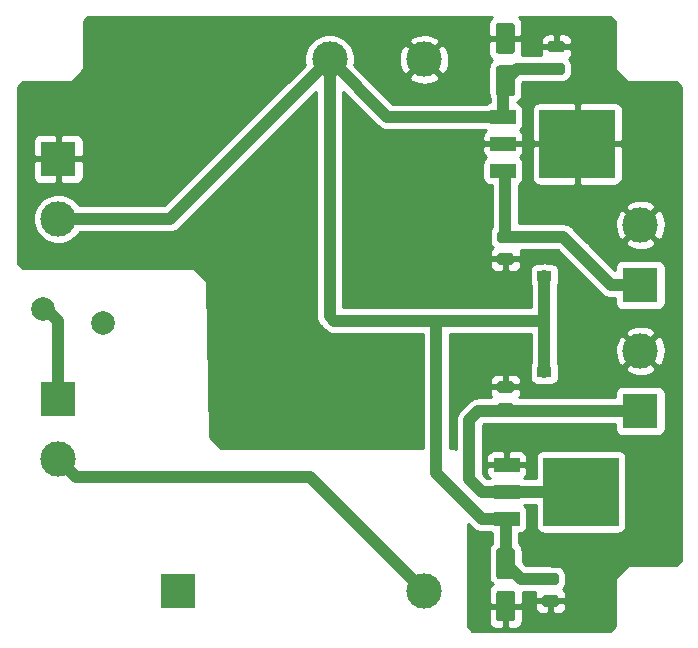
<source format=gbr>
G04 #@! TF.GenerationSoftware,KiCad,Pcbnew,5.1.5-52549c5~84~ubuntu18.04.1*
G04 #@! TF.CreationDate,2020-05-16T16:19:51-04:00*
G04 #@! TF.ProjectId,PWR_SUPPLY,5057525f-5355-4505-904c-592e6b696361,rev?*
G04 #@! TF.SameCoordinates,Original*
G04 #@! TF.FileFunction,Copper,L1,Top*
G04 #@! TF.FilePolarity,Positive*
%FSLAX46Y46*%
G04 Gerber Fmt 4.6, Leading zero omitted, Abs format (unit mm)*
G04 Created by KiCad (PCBNEW 5.1.5-52549c5~84~ubuntu18.04.1) date 2020-05-16 16:19:51*
%MOMM*%
%LPD*%
G04 APERTURE LIST*
%ADD10R,3.000000X3.000000*%
%ADD11C,3.000000*%
%ADD12R,6.400000X5.800000*%
%ADD13R,2.200000X1.200000*%
%ADD14C,2.010000*%
%ADD15R,1.200000X0.900000*%
%ADD16C,0.100000*%
%ADD17C,0.800000*%
%ADD18C,1.000000*%
%ADD19C,0.254000*%
G04 APERTURE END LIST*
D10*
X125476000Y-115316000D03*
D11*
X138276000Y-70316000D03*
X146276000Y-115316000D03*
X146276000Y-70316000D03*
X164592000Y-94996000D03*
D10*
X164592000Y-100076000D03*
D11*
X164592000Y-84328000D03*
D10*
X164592000Y-89408000D03*
D11*
X115316000Y-83820000D03*
D10*
X115316000Y-78740000D03*
D11*
X115316000Y-104140000D03*
D10*
X115316000Y-99060000D03*
D12*
X159258000Y-77470000D03*
D13*
X152958000Y-79750000D03*
X152958000Y-77470000D03*
X152958000Y-75190000D03*
D12*
X159580000Y-106934000D03*
D13*
X153280000Y-109214000D03*
X153280000Y-106934000D03*
X153280000Y-104654000D03*
D14*
X114026000Y-91440000D03*
X119126000Y-92640000D03*
D15*
X156464000Y-96776000D03*
X156464000Y-100076000D03*
X156464000Y-88644000D03*
X156464000Y-85344000D03*
G04 #@! TA.AperFunction,SMDPad,CuDef*
D16*
G36*
X153642142Y-97557674D02*
G01*
X153665803Y-97561184D01*
X153689007Y-97566996D01*
X153711529Y-97575054D01*
X153733153Y-97585282D01*
X153753670Y-97597579D01*
X153772883Y-97611829D01*
X153790607Y-97627893D01*
X153806671Y-97645617D01*
X153820921Y-97664830D01*
X153833218Y-97685347D01*
X153843446Y-97706971D01*
X153851504Y-97729493D01*
X153857316Y-97752697D01*
X153860826Y-97776358D01*
X153862000Y-97800250D01*
X153862000Y-98287750D01*
X153860826Y-98311642D01*
X153857316Y-98335303D01*
X153851504Y-98358507D01*
X153843446Y-98381029D01*
X153833218Y-98402653D01*
X153820921Y-98423170D01*
X153806671Y-98442383D01*
X153790607Y-98460107D01*
X153772883Y-98476171D01*
X153753670Y-98490421D01*
X153733153Y-98502718D01*
X153711529Y-98512946D01*
X153689007Y-98521004D01*
X153665803Y-98526816D01*
X153642142Y-98530326D01*
X153618250Y-98531500D01*
X152705750Y-98531500D01*
X152681858Y-98530326D01*
X152658197Y-98526816D01*
X152634993Y-98521004D01*
X152612471Y-98512946D01*
X152590847Y-98502718D01*
X152570330Y-98490421D01*
X152551117Y-98476171D01*
X152533393Y-98460107D01*
X152517329Y-98442383D01*
X152503079Y-98423170D01*
X152490782Y-98402653D01*
X152480554Y-98381029D01*
X152472496Y-98358507D01*
X152466684Y-98335303D01*
X152463174Y-98311642D01*
X152462000Y-98287750D01*
X152462000Y-97800250D01*
X152463174Y-97776358D01*
X152466684Y-97752697D01*
X152472496Y-97729493D01*
X152480554Y-97706971D01*
X152490782Y-97685347D01*
X152503079Y-97664830D01*
X152517329Y-97645617D01*
X152533393Y-97627893D01*
X152551117Y-97611829D01*
X152570330Y-97597579D01*
X152590847Y-97585282D01*
X152612471Y-97575054D01*
X152634993Y-97566996D01*
X152658197Y-97561184D01*
X152681858Y-97557674D01*
X152705750Y-97556500D01*
X153618250Y-97556500D01*
X153642142Y-97557674D01*
G37*
G04 #@! TD.AperFunction*
G04 #@! TA.AperFunction,SMDPad,CuDef*
G36*
X153642142Y-99432674D02*
G01*
X153665803Y-99436184D01*
X153689007Y-99441996D01*
X153711529Y-99450054D01*
X153733153Y-99460282D01*
X153753670Y-99472579D01*
X153772883Y-99486829D01*
X153790607Y-99502893D01*
X153806671Y-99520617D01*
X153820921Y-99539830D01*
X153833218Y-99560347D01*
X153843446Y-99581971D01*
X153851504Y-99604493D01*
X153857316Y-99627697D01*
X153860826Y-99651358D01*
X153862000Y-99675250D01*
X153862000Y-100162750D01*
X153860826Y-100186642D01*
X153857316Y-100210303D01*
X153851504Y-100233507D01*
X153843446Y-100256029D01*
X153833218Y-100277653D01*
X153820921Y-100298170D01*
X153806671Y-100317383D01*
X153790607Y-100335107D01*
X153772883Y-100351171D01*
X153753670Y-100365421D01*
X153733153Y-100377718D01*
X153711529Y-100387946D01*
X153689007Y-100396004D01*
X153665803Y-100401816D01*
X153642142Y-100405326D01*
X153618250Y-100406500D01*
X152705750Y-100406500D01*
X152681858Y-100405326D01*
X152658197Y-100401816D01*
X152634993Y-100396004D01*
X152612471Y-100387946D01*
X152590847Y-100377718D01*
X152570330Y-100365421D01*
X152551117Y-100351171D01*
X152533393Y-100335107D01*
X152517329Y-100317383D01*
X152503079Y-100298170D01*
X152490782Y-100277653D01*
X152480554Y-100256029D01*
X152472496Y-100233507D01*
X152466684Y-100210303D01*
X152463174Y-100186642D01*
X152462000Y-100162750D01*
X152462000Y-99675250D01*
X152463174Y-99651358D01*
X152466684Y-99627697D01*
X152472496Y-99604493D01*
X152480554Y-99581971D01*
X152490782Y-99560347D01*
X152503079Y-99539830D01*
X152517329Y-99520617D01*
X152533393Y-99502893D01*
X152551117Y-99486829D01*
X152570330Y-99472579D01*
X152590847Y-99460282D01*
X152612471Y-99450054D01*
X152634993Y-99441996D01*
X152658197Y-99436184D01*
X152681858Y-99432674D01*
X152705750Y-99431500D01*
X153618250Y-99431500D01*
X153642142Y-99432674D01*
G37*
G04 #@! TD.AperFunction*
G04 #@! TA.AperFunction,SMDPad,CuDef*
G36*
X153642142Y-86732674D02*
G01*
X153665803Y-86736184D01*
X153689007Y-86741996D01*
X153711529Y-86750054D01*
X153733153Y-86760282D01*
X153753670Y-86772579D01*
X153772883Y-86786829D01*
X153790607Y-86802893D01*
X153806671Y-86820617D01*
X153820921Y-86839830D01*
X153833218Y-86860347D01*
X153843446Y-86881971D01*
X153851504Y-86904493D01*
X153857316Y-86927697D01*
X153860826Y-86951358D01*
X153862000Y-86975250D01*
X153862000Y-87462750D01*
X153860826Y-87486642D01*
X153857316Y-87510303D01*
X153851504Y-87533507D01*
X153843446Y-87556029D01*
X153833218Y-87577653D01*
X153820921Y-87598170D01*
X153806671Y-87617383D01*
X153790607Y-87635107D01*
X153772883Y-87651171D01*
X153753670Y-87665421D01*
X153733153Y-87677718D01*
X153711529Y-87687946D01*
X153689007Y-87696004D01*
X153665803Y-87701816D01*
X153642142Y-87705326D01*
X153618250Y-87706500D01*
X152705750Y-87706500D01*
X152681858Y-87705326D01*
X152658197Y-87701816D01*
X152634993Y-87696004D01*
X152612471Y-87687946D01*
X152590847Y-87677718D01*
X152570330Y-87665421D01*
X152551117Y-87651171D01*
X152533393Y-87635107D01*
X152517329Y-87617383D01*
X152503079Y-87598170D01*
X152490782Y-87577653D01*
X152480554Y-87556029D01*
X152472496Y-87533507D01*
X152466684Y-87510303D01*
X152463174Y-87486642D01*
X152462000Y-87462750D01*
X152462000Y-86975250D01*
X152463174Y-86951358D01*
X152466684Y-86927697D01*
X152472496Y-86904493D01*
X152480554Y-86881971D01*
X152490782Y-86860347D01*
X152503079Y-86839830D01*
X152517329Y-86820617D01*
X152533393Y-86802893D01*
X152551117Y-86786829D01*
X152570330Y-86772579D01*
X152590847Y-86760282D01*
X152612471Y-86750054D01*
X152634993Y-86741996D01*
X152658197Y-86736184D01*
X152681858Y-86732674D01*
X152705750Y-86731500D01*
X153618250Y-86731500D01*
X153642142Y-86732674D01*
G37*
G04 #@! TD.AperFunction*
G04 #@! TA.AperFunction,SMDPad,CuDef*
G36*
X153642142Y-84857674D02*
G01*
X153665803Y-84861184D01*
X153689007Y-84866996D01*
X153711529Y-84875054D01*
X153733153Y-84885282D01*
X153753670Y-84897579D01*
X153772883Y-84911829D01*
X153790607Y-84927893D01*
X153806671Y-84945617D01*
X153820921Y-84964830D01*
X153833218Y-84985347D01*
X153843446Y-85006971D01*
X153851504Y-85029493D01*
X153857316Y-85052697D01*
X153860826Y-85076358D01*
X153862000Y-85100250D01*
X153862000Y-85587750D01*
X153860826Y-85611642D01*
X153857316Y-85635303D01*
X153851504Y-85658507D01*
X153843446Y-85681029D01*
X153833218Y-85702653D01*
X153820921Y-85723170D01*
X153806671Y-85742383D01*
X153790607Y-85760107D01*
X153772883Y-85776171D01*
X153753670Y-85790421D01*
X153733153Y-85802718D01*
X153711529Y-85812946D01*
X153689007Y-85821004D01*
X153665803Y-85826816D01*
X153642142Y-85830326D01*
X153618250Y-85831500D01*
X152705750Y-85831500D01*
X152681858Y-85830326D01*
X152658197Y-85826816D01*
X152634993Y-85821004D01*
X152612471Y-85812946D01*
X152590847Y-85802718D01*
X152570330Y-85790421D01*
X152551117Y-85776171D01*
X152533393Y-85760107D01*
X152517329Y-85742383D01*
X152503079Y-85723170D01*
X152490782Y-85702653D01*
X152480554Y-85681029D01*
X152472496Y-85658507D01*
X152466684Y-85635303D01*
X152463174Y-85611642D01*
X152462000Y-85587750D01*
X152462000Y-85100250D01*
X152463174Y-85076358D01*
X152466684Y-85052697D01*
X152472496Y-85029493D01*
X152480554Y-85006971D01*
X152490782Y-84985347D01*
X152503079Y-84964830D01*
X152517329Y-84945617D01*
X152533393Y-84927893D01*
X152551117Y-84911829D01*
X152570330Y-84897579D01*
X152590847Y-84885282D01*
X152612471Y-84875054D01*
X152634993Y-84866996D01*
X152658197Y-84861184D01*
X152681858Y-84857674D01*
X152705750Y-84856500D01*
X153618250Y-84856500D01*
X153642142Y-84857674D01*
G37*
G04 #@! TD.AperFunction*
G04 #@! TA.AperFunction,SMDPad,CuDef*
G36*
X157452142Y-115688674D02*
G01*
X157475803Y-115692184D01*
X157499007Y-115697996D01*
X157521529Y-115706054D01*
X157543153Y-115716282D01*
X157563670Y-115728579D01*
X157582883Y-115742829D01*
X157600607Y-115758893D01*
X157616671Y-115776617D01*
X157630921Y-115795830D01*
X157643218Y-115816347D01*
X157653446Y-115837971D01*
X157661504Y-115860493D01*
X157667316Y-115883697D01*
X157670826Y-115907358D01*
X157672000Y-115931250D01*
X157672000Y-116418750D01*
X157670826Y-116442642D01*
X157667316Y-116466303D01*
X157661504Y-116489507D01*
X157653446Y-116512029D01*
X157643218Y-116533653D01*
X157630921Y-116554170D01*
X157616671Y-116573383D01*
X157600607Y-116591107D01*
X157582883Y-116607171D01*
X157563670Y-116621421D01*
X157543153Y-116633718D01*
X157521529Y-116643946D01*
X157499007Y-116652004D01*
X157475803Y-116657816D01*
X157452142Y-116661326D01*
X157428250Y-116662500D01*
X156515750Y-116662500D01*
X156491858Y-116661326D01*
X156468197Y-116657816D01*
X156444993Y-116652004D01*
X156422471Y-116643946D01*
X156400847Y-116633718D01*
X156380330Y-116621421D01*
X156361117Y-116607171D01*
X156343393Y-116591107D01*
X156327329Y-116573383D01*
X156313079Y-116554170D01*
X156300782Y-116533653D01*
X156290554Y-116512029D01*
X156282496Y-116489507D01*
X156276684Y-116466303D01*
X156273174Y-116442642D01*
X156272000Y-116418750D01*
X156272000Y-115931250D01*
X156273174Y-115907358D01*
X156276684Y-115883697D01*
X156282496Y-115860493D01*
X156290554Y-115837971D01*
X156300782Y-115816347D01*
X156313079Y-115795830D01*
X156327329Y-115776617D01*
X156343393Y-115758893D01*
X156361117Y-115742829D01*
X156380330Y-115728579D01*
X156400847Y-115716282D01*
X156422471Y-115706054D01*
X156444993Y-115697996D01*
X156468197Y-115692184D01*
X156491858Y-115688674D01*
X156515750Y-115687500D01*
X157428250Y-115687500D01*
X157452142Y-115688674D01*
G37*
G04 #@! TD.AperFunction*
G04 #@! TA.AperFunction,SMDPad,CuDef*
G36*
X157452142Y-113813674D02*
G01*
X157475803Y-113817184D01*
X157499007Y-113822996D01*
X157521529Y-113831054D01*
X157543153Y-113841282D01*
X157563670Y-113853579D01*
X157582883Y-113867829D01*
X157600607Y-113883893D01*
X157616671Y-113901617D01*
X157630921Y-113920830D01*
X157643218Y-113941347D01*
X157653446Y-113962971D01*
X157661504Y-113985493D01*
X157667316Y-114008697D01*
X157670826Y-114032358D01*
X157672000Y-114056250D01*
X157672000Y-114543750D01*
X157670826Y-114567642D01*
X157667316Y-114591303D01*
X157661504Y-114614507D01*
X157653446Y-114637029D01*
X157643218Y-114658653D01*
X157630921Y-114679170D01*
X157616671Y-114698383D01*
X157600607Y-114716107D01*
X157582883Y-114732171D01*
X157563670Y-114746421D01*
X157543153Y-114758718D01*
X157521529Y-114768946D01*
X157499007Y-114777004D01*
X157475803Y-114782816D01*
X157452142Y-114786326D01*
X157428250Y-114787500D01*
X156515750Y-114787500D01*
X156491858Y-114786326D01*
X156468197Y-114782816D01*
X156444993Y-114777004D01*
X156422471Y-114768946D01*
X156400847Y-114758718D01*
X156380330Y-114746421D01*
X156361117Y-114732171D01*
X156343393Y-114716107D01*
X156327329Y-114698383D01*
X156313079Y-114679170D01*
X156300782Y-114658653D01*
X156290554Y-114637029D01*
X156282496Y-114614507D01*
X156276684Y-114591303D01*
X156273174Y-114567642D01*
X156272000Y-114543750D01*
X156272000Y-114056250D01*
X156273174Y-114032358D01*
X156276684Y-114008697D01*
X156282496Y-113985493D01*
X156290554Y-113962971D01*
X156300782Y-113941347D01*
X156313079Y-113920830D01*
X156327329Y-113901617D01*
X156343393Y-113883893D01*
X156361117Y-113867829D01*
X156380330Y-113853579D01*
X156400847Y-113841282D01*
X156422471Y-113831054D01*
X156444993Y-113822996D01*
X156468197Y-113817184D01*
X156491858Y-113813674D01*
X156515750Y-113812500D01*
X157428250Y-113812500D01*
X157452142Y-113813674D01*
G37*
G04 #@! TD.AperFunction*
G04 #@! TA.AperFunction,SMDPad,CuDef*
G36*
X157960142Y-68758674D02*
G01*
X157983803Y-68762184D01*
X158007007Y-68767996D01*
X158029529Y-68776054D01*
X158051153Y-68786282D01*
X158071670Y-68798579D01*
X158090883Y-68812829D01*
X158108607Y-68828893D01*
X158124671Y-68846617D01*
X158138921Y-68865830D01*
X158151218Y-68886347D01*
X158161446Y-68907971D01*
X158169504Y-68930493D01*
X158175316Y-68953697D01*
X158178826Y-68977358D01*
X158180000Y-69001250D01*
X158180000Y-69488750D01*
X158178826Y-69512642D01*
X158175316Y-69536303D01*
X158169504Y-69559507D01*
X158161446Y-69582029D01*
X158151218Y-69603653D01*
X158138921Y-69624170D01*
X158124671Y-69643383D01*
X158108607Y-69661107D01*
X158090883Y-69677171D01*
X158071670Y-69691421D01*
X158051153Y-69703718D01*
X158029529Y-69713946D01*
X158007007Y-69722004D01*
X157983803Y-69727816D01*
X157960142Y-69731326D01*
X157936250Y-69732500D01*
X157023750Y-69732500D01*
X156999858Y-69731326D01*
X156976197Y-69727816D01*
X156952993Y-69722004D01*
X156930471Y-69713946D01*
X156908847Y-69703718D01*
X156888330Y-69691421D01*
X156869117Y-69677171D01*
X156851393Y-69661107D01*
X156835329Y-69643383D01*
X156821079Y-69624170D01*
X156808782Y-69603653D01*
X156798554Y-69582029D01*
X156790496Y-69559507D01*
X156784684Y-69536303D01*
X156781174Y-69512642D01*
X156780000Y-69488750D01*
X156780000Y-69001250D01*
X156781174Y-68977358D01*
X156784684Y-68953697D01*
X156790496Y-68930493D01*
X156798554Y-68907971D01*
X156808782Y-68886347D01*
X156821079Y-68865830D01*
X156835329Y-68846617D01*
X156851393Y-68828893D01*
X156869117Y-68812829D01*
X156888330Y-68798579D01*
X156908847Y-68786282D01*
X156930471Y-68776054D01*
X156952993Y-68767996D01*
X156976197Y-68762184D01*
X156999858Y-68758674D01*
X157023750Y-68757500D01*
X157936250Y-68757500D01*
X157960142Y-68758674D01*
G37*
G04 #@! TD.AperFunction*
G04 #@! TA.AperFunction,SMDPad,CuDef*
G36*
X157960142Y-70633674D02*
G01*
X157983803Y-70637184D01*
X158007007Y-70642996D01*
X158029529Y-70651054D01*
X158051153Y-70661282D01*
X158071670Y-70673579D01*
X158090883Y-70687829D01*
X158108607Y-70703893D01*
X158124671Y-70721617D01*
X158138921Y-70740830D01*
X158151218Y-70761347D01*
X158161446Y-70782971D01*
X158169504Y-70805493D01*
X158175316Y-70828697D01*
X158178826Y-70852358D01*
X158180000Y-70876250D01*
X158180000Y-71363750D01*
X158178826Y-71387642D01*
X158175316Y-71411303D01*
X158169504Y-71434507D01*
X158161446Y-71457029D01*
X158151218Y-71478653D01*
X158138921Y-71499170D01*
X158124671Y-71518383D01*
X158108607Y-71536107D01*
X158090883Y-71552171D01*
X158071670Y-71566421D01*
X158051153Y-71578718D01*
X158029529Y-71588946D01*
X158007007Y-71597004D01*
X157983803Y-71602816D01*
X157960142Y-71606326D01*
X157936250Y-71607500D01*
X157023750Y-71607500D01*
X156999858Y-71606326D01*
X156976197Y-71602816D01*
X156952993Y-71597004D01*
X156930471Y-71588946D01*
X156908847Y-71578718D01*
X156888330Y-71566421D01*
X156869117Y-71552171D01*
X156851393Y-71536107D01*
X156835329Y-71518383D01*
X156821079Y-71499170D01*
X156808782Y-71478653D01*
X156798554Y-71457029D01*
X156790496Y-71434507D01*
X156784684Y-71411303D01*
X156781174Y-71387642D01*
X156780000Y-71363750D01*
X156780000Y-70876250D01*
X156781174Y-70852358D01*
X156784684Y-70828697D01*
X156790496Y-70805493D01*
X156798554Y-70782971D01*
X156808782Y-70761347D01*
X156821079Y-70740830D01*
X156835329Y-70721617D01*
X156851393Y-70703893D01*
X156869117Y-70687829D01*
X156888330Y-70673579D01*
X156908847Y-70661282D01*
X156930471Y-70651054D01*
X156952993Y-70642996D01*
X156976197Y-70637184D01*
X156999858Y-70633674D01*
X157023750Y-70632500D01*
X157936250Y-70632500D01*
X157960142Y-70633674D01*
G37*
G04 #@! TD.AperFunction*
G04 #@! TA.AperFunction,SMDPad,CuDef*
G36*
X153758504Y-115309204D02*
G01*
X153782773Y-115312804D01*
X153806571Y-115318765D01*
X153829671Y-115327030D01*
X153851849Y-115337520D01*
X153872893Y-115350133D01*
X153892598Y-115364747D01*
X153910777Y-115381223D01*
X153927253Y-115399402D01*
X153941867Y-115419107D01*
X153954480Y-115440151D01*
X153964970Y-115462329D01*
X153973235Y-115485429D01*
X153979196Y-115509227D01*
X153982796Y-115533496D01*
X153984000Y-115558000D01*
X153984000Y-117658000D01*
X153982796Y-117682504D01*
X153979196Y-117706773D01*
X153973235Y-117730571D01*
X153964970Y-117753671D01*
X153954480Y-117775849D01*
X153941867Y-117796893D01*
X153927253Y-117816598D01*
X153910777Y-117834777D01*
X153892598Y-117851253D01*
X153872893Y-117865867D01*
X153851849Y-117878480D01*
X153829671Y-117888970D01*
X153806571Y-117897235D01*
X153782773Y-117903196D01*
X153758504Y-117906796D01*
X153734000Y-117908000D01*
X152634000Y-117908000D01*
X152609496Y-117906796D01*
X152585227Y-117903196D01*
X152561429Y-117897235D01*
X152538329Y-117888970D01*
X152516151Y-117878480D01*
X152495107Y-117865867D01*
X152475402Y-117851253D01*
X152457223Y-117834777D01*
X152440747Y-117816598D01*
X152426133Y-117796893D01*
X152413520Y-117775849D01*
X152403030Y-117753671D01*
X152394765Y-117730571D01*
X152388804Y-117706773D01*
X152385204Y-117682504D01*
X152384000Y-117658000D01*
X152384000Y-115558000D01*
X152385204Y-115533496D01*
X152388804Y-115509227D01*
X152394765Y-115485429D01*
X152403030Y-115462329D01*
X152413520Y-115440151D01*
X152426133Y-115419107D01*
X152440747Y-115399402D01*
X152457223Y-115381223D01*
X152475402Y-115364747D01*
X152495107Y-115350133D01*
X152516151Y-115337520D01*
X152538329Y-115327030D01*
X152561429Y-115318765D01*
X152585227Y-115312804D01*
X152609496Y-115309204D01*
X152634000Y-115308000D01*
X153734000Y-115308000D01*
X153758504Y-115309204D01*
G37*
G04 #@! TD.AperFunction*
G04 #@! TA.AperFunction,SMDPad,CuDef*
G36*
X153758504Y-111709204D02*
G01*
X153782773Y-111712804D01*
X153806571Y-111718765D01*
X153829671Y-111727030D01*
X153851849Y-111737520D01*
X153872893Y-111750133D01*
X153892598Y-111764747D01*
X153910777Y-111781223D01*
X153927253Y-111799402D01*
X153941867Y-111819107D01*
X153954480Y-111840151D01*
X153964970Y-111862329D01*
X153973235Y-111885429D01*
X153979196Y-111909227D01*
X153982796Y-111933496D01*
X153984000Y-111958000D01*
X153984000Y-114058000D01*
X153982796Y-114082504D01*
X153979196Y-114106773D01*
X153973235Y-114130571D01*
X153964970Y-114153671D01*
X153954480Y-114175849D01*
X153941867Y-114196893D01*
X153927253Y-114216598D01*
X153910777Y-114234777D01*
X153892598Y-114251253D01*
X153872893Y-114265867D01*
X153851849Y-114278480D01*
X153829671Y-114288970D01*
X153806571Y-114297235D01*
X153782773Y-114303196D01*
X153758504Y-114306796D01*
X153734000Y-114308000D01*
X152634000Y-114308000D01*
X152609496Y-114306796D01*
X152585227Y-114303196D01*
X152561429Y-114297235D01*
X152538329Y-114288970D01*
X152516151Y-114278480D01*
X152495107Y-114265867D01*
X152475402Y-114251253D01*
X152457223Y-114234777D01*
X152440747Y-114216598D01*
X152426133Y-114196893D01*
X152413520Y-114175849D01*
X152403030Y-114153671D01*
X152394765Y-114130571D01*
X152388804Y-114106773D01*
X152385204Y-114082504D01*
X152384000Y-114058000D01*
X152384000Y-111958000D01*
X152385204Y-111933496D01*
X152388804Y-111909227D01*
X152394765Y-111885429D01*
X152403030Y-111862329D01*
X152413520Y-111840151D01*
X152426133Y-111819107D01*
X152440747Y-111799402D01*
X152457223Y-111781223D01*
X152475402Y-111764747D01*
X152495107Y-111750133D01*
X152516151Y-111737520D01*
X152538329Y-111727030D01*
X152561429Y-111718765D01*
X152585227Y-111712804D01*
X152609496Y-111709204D01*
X152634000Y-111708000D01*
X153734000Y-111708000D01*
X153758504Y-111709204D01*
G37*
G04 #@! TD.AperFunction*
G04 #@! TA.AperFunction,SMDPad,CuDef*
G36*
X153736504Y-67237204D02*
G01*
X153760773Y-67240804D01*
X153784571Y-67246765D01*
X153807671Y-67255030D01*
X153829849Y-67265520D01*
X153850893Y-67278133D01*
X153870598Y-67292747D01*
X153888777Y-67309223D01*
X153905253Y-67327402D01*
X153919867Y-67347107D01*
X153932480Y-67368151D01*
X153942970Y-67390329D01*
X153951235Y-67413429D01*
X153957196Y-67437227D01*
X153960796Y-67461496D01*
X153962000Y-67486000D01*
X153962000Y-69586000D01*
X153960796Y-69610504D01*
X153957196Y-69634773D01*
X153951235Y-69658571D01*
X153942970Y-69681671D01*
X153932480Y-69703849D01*
X153919867Y-69724893D01*
X153905253Y-69744598D01*
X153888777Y-69762777D01*
X153870598Y-69779253D01*
X153850893Y-69793867D01*
X153829849Y-69806480D01*
X153807671Y-69816970D01*
X153784571Y-69825235D01*
X153760773Y-69831196D01*
X153736504Y-69834796D01*
X153712000Y-69836000D01*
X152612000Y-69836000D01*
X152587496Y-69834796D01*
X152563227Y-69831196D01*
X152539429Y-69825235D01*
X152516329Y-69816970D01*
X152494151Y-69806480D01*
X152473107Y-69793867D01*
X152453402Y-69779253D01*
X152435223Y-69762777D01*
X152418747Y-69744598D01*
X152404133Y-69724893D01*
X152391520Y-69703849D01*
X152381030Y-69681671D01*
X152372765Y-69658571D01*
X152366804Y-69634773D01*
X152363204Y-69610504D01*
X152362000Y-69586000D01*
X152362000Y-67486000D01*
X152363204Y-67461496D01*
X152366804Y-67437227D01*
X152372765Y-67413429D01*
X152381030Y-67390329D01*
X152391520Y-67368151D01*
X152404133Y-67347107D01*
X152418747Y-67327402D01*
X152435223Y-67309223D01*
X152453402Y-67292747D01*
X152473107Y-67278133D01*
X152494151Y-67265520D01*
X152516329Y-67255030D01*
X152539429Y-67246765D01*
X152563227Y-67240804D01*
X152587496Y-67237204D01*
X152612000Y-67236000D01*
X153712000Y-67236000D01*
X153736504Y-67237204D01*
G37*
G04 #@! TD.AperFunction*
G04 #@! TA.AperFunction,SMDPad,CuDef*
G36*
X153736504Y-70837204D02*
G01*
X153760773Y-70840804D01*
X153784571Y-70846765D01*
X153807671Y-70855030D01*
X153829849Y-70865520D01*
X153850893Y-70878133D01*
X153870598Y-70892747D01*
X153888777Y-70909223D01*
X153905253Y-70927402D01*
X153919867Y-70947107D01*
X153932480Y-70968151D01*
X153942970Y-70990329D01*
X153951235Y-71013429D01*
X153957196Y-71037227D01*
X153960796Y-71061496D01*
X153962000Y-71086000D01*
X153962000Y-73186000D01*
X153960796Y-73210504D01*
X153957196Y-73234773D01*
X153951235Y-73258571D01*
X153942970Y-73281671D01*
X153932480Y-73303849D01*
X153919867Y-73324893D01*
X153905253Y-73344598D01*
X153888777Y-73362777D01*
X153870598Y-73379253D01*
X153850893Y-73393867D01*
X153829849Y-73406480D01*
X153807671Y-73416970D01*
X153784571Y-73425235D01*
X153760773Y-73431196D01*
X153736504Y-73434796D01*
X153712000Y-73436000D01*
X152612000Y-73436000D01*
X152587496Y-73434796D01*
X152563227Y-73431196D01*
X152539429Y-73425235D01*
X152516329Y-73416970D01*
X152494151Y-73406480D01*
X152473107Y-73393867D01*
X152453402Y-73379253D01*
X152435223Y-73362777D01*
X152418747Y-73344598D01*
X152404133Y-73324893D01*
X152391520Y-73303849D01*
X152381030Y-73281671D01*
X152372765Y-73258571D01*
X152366804Y-73234773D01*
X152363204Y-73210504D01*
X152362000Y-73186000D01*
X152362000Y-71086000D01*
X152363204Y-71061496D01*
X152366804Y-71037227D01*
X152372765Y-71013429D01*
X152381030Y-70990329D01*
X152391520Y-70968151D01*
X152404133Y-70947107D01*
X152418747Y-70927402D01*
X152435223Y-70909223D01*
X152453402Y-70892747D01*
X152473107Y-70878133D01*
X152494151Y-70865520D01*
X152516329Y-70855030D01*
X152539429Y-70846765D01*
X152563227Y-70840804D01*
X152587496Y-70837204D01*
X152612000Y-70836000D01*
X153712000Y-70836000D01*
X153736504Y-70837204D01*
G37*
G04 #@! TD.AperFunction*
D17*
X128016000Y-69850000D03*
X128016000Y-76708000D03*
X128016000Y-85852000D03*
X132080000Y-97790000D03*
X138176000Y-97790000D03*
X143510000Y-97790000D03*
X145796000Y-77470000D03*
X145796000Y-82550000D03*
X145796000Y-87630000D03*
X165100000Y-74930000D03*
X166370000Y-108204000D03*
X159512000Y-112268000D03*
X151130000Y-111760000D03*
X150368000Y-72390000D03*
X150368000Y-67310000D03*
X158750000Y-90678000D03*
X158750000Y-93980000D03*
X151892000Y-93980000D03*
X151892000Y-90678000D03*
X153416000Y-102362000D03*
X156464000Y-82550000D03*
X120396000Y-69850000D03*
X120396000Y-76708000D03*
X120396000Y-81026000D03*
X120396000Y-85852000D03*
D18*
X124772000Y-83820000D02*
X138276000Y-70316000D01*
X115316000Y-83820000D02*
X124772000Y-83820000D01*
X138276000Y-70316000D02*
X138276000Y-92048000D01*
X138276000Y-92048000D02*
X138684000Y-92456000D01*
X156464000Y-92456000D02*
X156464000Y-88644000D01*
X156464000Y-92456000D02*
X156464000Y-96776000D01*
X143150000Y-75190000D02*
X138276000Y-70316000D01*
X152958000Y-75190000D02*
X143150000Y-75190000D01*
X153184000Y-109310000D02*
X153280000Y-109214000D01*
X153184000Y-113008000D02*
X153184000Y-109310000D01*
X151180000Y-109214000D02*
X147320000Y-105354000D01*
X153280000Y-109214000D02*
X151180000Y-109214000D01*
X138684000Y-92456000D02*
X147320000Y-92456000D01*
X147320000Y-105354000D02*
X147320000Y-92456000D01*
X147320000Y-92456000D02*
X156464000Y-92456000D01*
X154476000Y-114300000D02*
X153184000Y-113008000D01*
X156972000Y-114300000D02*
X154476000Y-114300000D01*
X152958000Y-75190000D02*
X152958000Y-72130000D01*
X154178000Y-71120000D02*
X153162000Y-72136000D01*
X157480000Y-71120000D02*
X154178000Y-71120000D01*
X162092000Y-89408000D02*
X159258000Y-86574000D01*
X164592000Y-89408000D02*
X162092000Y-89408000D01*
X159258000Y-86538000D02*
X158064000Y-85344000D01*
X158064000Y-85344000D02*
X156464000Y-85344000D01*
X156464000Y-85344000D02*
X153162000Y-85344000D01*
X153162000Y-79954000D02*
X152958000Y-79750000D01*
X153162000Y-85344000D02*
X153162000Y-79954000D01*
X153280000Y-106934000D02*
X159580000Y-106934000D01*
X151180000Y-106934000D02*
X150114000Y-105868000D01*
X153280000Y-106934000D02*
X151180000Y-106934000D01*
X150114000Y-105868000D02*
X150114000Y-100838000D01*
X150876000Y-100076000D02*
X153416000Y-100076000D01*
X150114000Y-100838000D02*
X150876000Y-100076000D01*
X153416000Y-100076000D02*
X156464000Y-100076000D01*
X164592000Y-100076000D02*
X156464000Y-100076000D01*
X115316000Y-99060000D02*
X115316000Y-92456000D01*
X115316000Y-92456000D02*
X114300000Y-91440000D01*
X144776001Y-113816001D02*
X146276000Y-115316000D01*
X136599999Y-105639999D02*
X144776001Y-113816001D01*
X116815999Y-105639999D02*
X136599999Y-105639999D01*
X115316000Y-104140000D02*
X116815999Y-105639999D01*
D19*
G36*
X152007506Y-66705463D02*
G01*
X151910815Y-66784815D01*
X151831463Y-66881506D01*
X151772498Y-66991820D01*
X151736188Y-67111518D01*
X151723928Y-67236000D01*
X151727000Y-68250250D01*
X151885750Y-68409000D01*
X153035000Y-68409000D01*
X153035000Y-68389000D01*
X153289000Y-68389000D01*
X153289000Y-68409000D01*
X154438250Y-68409000D01*
X154597000Y-68250250D01*
X154600072Y-67236000D01*
X154587812Y-67111518D01*
X154551502Y-66991820D01*
X154492537Y-66881506D01*
X154413185Y-66784815D01*
X154316494Y-66705463D01*
X154306274Y-66700000D01*
X162040394Y-66700000D01*
X162433000Y-67092606D01*
X162433000Y-71136000D01*
X162435440Y-71160776D01*
X162442667Y-71184601D01*
X162454403Y-71206557D01*
X162470197Y-71225803D01*
X163470197Y-72225803D01*
X163489443Y-72241597D01*
X163511399Y-72253333D01*
X163535224Y-72260560D01*
X163560000Y-72263000D01*
X167603394Y-72263000D01*
X167996001Y-72655607D01*
X167996000Y-112764394D01*
X167603394Y-113157000D01*
X163560000Y-113157000D01*
X163535224Y-113159440D01*
X163511399Y-113166667D01*
X163489443Y-113178403D01*
X163470197Y-113194197D01*
X162470197Y-114194197D01*
X162454403Y-114213443D01*
X162442667Y-114235399D01*
X162435440Y-114259224D01*
X162433000Y-114284000D01*
X162433000Y-118327394D01*
X162040394Y-118720000D01*
X150379606Y-118720000D01*
X149987000Y-118327394D01*
X149987000Y-117908000D01*
X151745928Y-117908000D01*
X151758188Y-118032482D01*
X151794498Y-118152180D01*
X151853463Y-118262494D01*
X151932815Y-118359185D01*
X152029506Y-118438537D01*
X152139820Y-118497502D01*
X152259518Y-118533812D01*
X152384000Y-118546072D01*
X152898250Y-118543000D01*
X153057000Y-118384250D01*
X153057000Y-116735000D01*
X153311000Y-116735000D01*
X153311000Y-118384250D01*
X153469750Y-118543000D01*
X153984000Y-118546072D01*
X154108482Y-118533812D01*
X154228180Y-118497502D01*
X154338494Y-118438537D01*
X154435185Y-118359185D01*
X154514537Y-118262494D01*
X154573502Y-118152180D01*
X154609812Y-118032482D01*
X154622072Y-117908000D01*
X154619000Y-116893750D01*
X154460250Y-116735000D01*
X153311000Y-116735000D01*
X153057000Y-116735000D01*
X151907750Y-116735000D01*
X151749000Y-116893750D01*
X151745928Y-117908000D01*
X149987000Y-117908000D01*
X149987000Y-116662500D01*
X155633928Y-116662500D01*
X155646188Y-116786982D01*
X155682498Y-116906680D01*
X155741463Y-117016994D01*
X155820815Y-117113685D01*
X155917506Y-117193037D01*
X156027820Y-117252002D01*
X156147518Y-117288312D01*
X156272000Y-117300572D01*
X156686250Y-117297500D01*
X156845000Y-117138750D01*
X156845000Y-116302000D01*
X157099000Y-116302000D01*
X157099000Y-117138750D01*
X157257750Y-117297500D01*
X157672000Y-117300572D01*
X157796482Y-117288312D01*
X157916180Y-117252002D01*
X158026494Y-117193037D01*
X158123185Y-117113685D01*
X158202537Y-117016994D01*
X158261502Y-116906680D01*
X158297812Y-116786982D01*
X158310072Y-116662500D01*
X158307000Y-116460750D01*
X158148250Y-116302000D01*
X157099000Y-116302000D01*
X156845000Y-116302000D01*
X155795750Y-116302000D01*
X155637000Y-116460750D01*
X155633928Y-116662500D01*
X149987000Y-116662500D01*
X149987000Y-109626132D01*
X150338009Y-109977141D01*
X150373551Y-110020449D01*
X150546377Y-110162284D01*
X150743553Y-110267676D01*
X150957501Y-110332577D01*
X151124248Y-110349000D01*
X151124257Y-110349000D01*
X151179999Y-110354490D01*
X151235741Y-110349000D01*
X151833856Y-110349000D01*
X151935820Y-110403502D01*
X152049001Y-110437835D01*
X152049000Y-111294780D01*
X152006038Y-111330038D01*
X151895595Y-111464614D01*
X151813528Y-111618150D01*
X151762992Y-111784746D01*
X151745928Y-111958000D01*
X151745928Y-114058000D01*
X151762992Y-114231254D01*
X151813528Y-114397850D01*
X151895595Y-114551386D01*
X152006038Y-114685962D01*
X152082813Y-114748969D01*
X152029506Y-114777463D01*
X151932815Y-114856815D01*
X151853463Y-114953506D01*
X151794498Y-115063820D01*
X151758188Y-115183518D01*
X151745928Y-115308000D01*
X151749000Y-116322250D01*
X151907750Y-116481000D01*
X153057000Y-116481000D01*
X153057000Y-116461000D01*
X153311000Y-116461000D01*
X153311000Y-116481000D01*
X154460250Y-116481000D01*
X154619000Y-116322250D01*
X154621687Y-115435000D01*
X155686945Y-115435000D01*
X155682498Y-115443320D01*
X155646188Y-115563018D01*
X155633928Y-115687500D01*
X155637000Y-115889250D01*
X155795750Y-116048000D01*
X156845000Y-116048000D01*
X156845000Y-116028000D01*
X157099000Y-116028000D01*
X157099000Y-116048000D01*
X158148250Y-116048000D01*
X158307000Y-115889250D01*
X158310072Y-115687500D01*
X158297812Y-115563018D01*
X158261502Y-115443320D01*
X158202537Y-115333006D01*
X158123185Y-115236315D01*
X158045436Y-115172508D01*
X158051792Y-115167292D01*
X158161458Y-115033664D01*
X158242947Y-114881209D01*
X158293128Y-114715785D01*
X158310072Y-114543750D01*
X158310072Y-114056250D01*
X158293128Y-113884215D01*
X158242947Y-113718791D01*
X158161458Y-113566336D01*
X158051792Y-113432708D01*
X157918164Y-113323042D01*
X157765709Y-113241553D01*
X157600285Y-113191372D01*
X157428250Y-113174428D01*
X157123477Y-113174428D01*
X157027752Y-113165000D01*
X154946132Y-113165000D01*
X154622072Y-112840941D01*
X154622072Y-111958000D01*
X154605008Y-111784746D01*
X154554472Y-111618150D01*
X154472405Y-111464614D01*
X154361962Y-111330038D01*
X154319000Y-111294780D01*
X154319000Y-110452072D01*
X154380000Y-110452072D01*
X154504482Y-110439812D01*
X154624180Y-110403502D01*
X154734494Y-110344537D01*
X154831185Y-110265185D01*
X154910537Y-110168494D01*
X154969502Y-110058180D01*
X155005812Y-109938482D01*
X155018072Y-109814000D01*
X155018072Y-108614000D01*
X155005812Y-108489518D01*
X154969502Y-108369820D01*
X154910537Y-108259506D01*
X154831185Y-108162815D01*
X154734494Y-108083463D01*
X154716790Y-108074000D01*
X154726144Y-108069000D01*
X155741928Y-108069000D01*
X155741928Y-109834000D01*
X155754188Y-109958482D01*
X155790498Y-110078180D01*
X155849463Y-110188494D01*
X155928815Y-110285185D01*
X156025506Y-110364537D01*
X156135820Y-110423502D01*
X156255518Y-110459812D01*
X156380000Y-110472072D01*
X162780000Y-110472072D01*
X162904482Y-110459812D01*
X163024180Y-110423502D01*
X163134494Y-110364537D01*
X163231185Y-110285185D01*
X163310537Y-110188494D01*
X163369502Y-110078180D01*
X163405812Y-109958482D01*
X163418072Y-109834000D01*
X163418072Y-104034000D01*
X163405812Y-103909518D01*
X163369502Y-103789820D01*
X163310537Y-103679506D01*
X163231185Y-103582815D01*
X163134494Y-103503463D01*
X163024180Y-103444498D01*
X162904482Y-103408188D01*
X162780000Y-103395928D01*
X156380000Y-103395928D01*
X156255518Y-103408188D01*
X156135820Y-103444498D01*
X156025506Y-103503463D01*
X155928815Y-103582815D01*
X155849463Y-103679506D01*
X155790498Y-103789820D01*
X155754188Y-103909518D01*
X155741928Y-104034000D01*
X155741928Y-105799000D01*
X154726144Y-105799000D01*
X154716790Y-105794000D01*
X154734494Y-105784537D01*
X154831185Y-105705185D01*
X154910537Y-105608494D01*
X154969502Y-105498180D01*
X155005812Y-105378482D01*
X155018072Y-105254000D01*
X155015000Y-104939750D01*
X154856250Y-104781000D01*
X153407000Y-104781000D01*
X153407000Y-104801000D01*
X153153000Y-104801000D01*
X153153000Y-104781000D01*
X151703750Y-104781000D01*
X151545000Y-104939750D01*
X151541928Y-105254000D01*
X151554188Y-105378482D01*
X151590498Y-105498180D01*
X151649463Y-105608494D01*
X151728815Y-105705185D01*
X151825506Y-105784537D01*
X151843210Y-105794000D01*
X151833856Y-105799000D01*
X151650132Y-105799000D01*
X151249000Y-105397868D01*
X151249000Y-104054000D01*
X151541928Y-104054000D01*
X151545000Y-104368250D01*
X151703750Y-104527000D01*
X153153000Y-104527000D01*
X153153000Y-103577750D01*
X153407000Y-103577750D01*
X153407000Y-104527000D01*
X154856250Y-104527000D01*
X155015000Y-104368250D01*
X155018072Y-104054000D01*
X155005812Y-103929518D01*
X154969502Y-103809820D01*
X154910537Y-103699506D01*
X154831185Y-103602815D01*
X154734494Y-103523463D01*
X154624180Y-103464498D01*
X154504482Y-103428188D01*
X154380000Y-103415928D01*
X153565750Y-103419000D01*
X153407000Y-103577750D01*
X153153000Y-103577750D01*
X152994250Y-103419000D01*
X152180000Y-103415928D01*
X152055518Y-103428188D01*
X151935820Y-103464498D01*
X151825506Y-103523463D01*
X151728815Y-103602815D01*
X151649463Y-103699506D01*
X151590498Y-103809820D01*
X151554188Y-103929518D01*
X151541928Y-104054000D01*
X151249000Y-104054000D01*
X151249000Y-101308131D01*
X151346132Y-101211000D01*
X162453928Y-101211000D01*
X162453928Y-101576000D01*
X162466188Y-101700482D01*
X162502498Y-101820180D01*
X162561463Y-101930494D01*
X162640815Y-102027185D01*
X162737506Y-102106537D01*
X162847820Y-102165502D01*
X162967518Y-102201812D01*
X163092000Y-102214072D01*
X166092000Y-102214072D01*
X166216482Y-102201812D01*
X166336180Y-102165502D01*
X166446494Y-102106537D01*
X166543185Y-102027185D01*
X166622537Y-101930494D01*
X166681502Y-101820180D01*
X166717812Y-101700482D01*
X166730072Y-101576000D01*
X166730072Y-98576000D01*
X166717812Y-98451518D01*
X166681502Y-98331820D01*
X166622537Y-98221506D01*
X166543185Y-98124815D01*
X166446494Y-98045463D01*
X166336180Y-97986498D01*
X166216482Y-97950188D01*
X166092000Y-97937928D01*
X163092000Y-97937928D01*
X162967518Y-97950188D01*
X162847820Y-97986498D01*
X162737506Y-98045463D01*
X162640815Y-98124815D01*
X162561463Y-98221506D01*
X162502498Y-98331820D01*
X162466188Y-98451518D01*
X162453928Y-98576000D01*
X162453928Y-98941000D01*
X154347395Y-98941000D01*
X154392537Y-98885994D01*
X154451502Y-98775680D01*
X154487812Y-98655982D01*
X154500072Y-98531500D01*
X154497000Y-98329750D01*
X154338250Y-98171000D01*
X153289000Y-98171000D01*
X153289000Y-98191000D01*
X153035000Y-98191000D01*
X153035000Y-98171000D01*
X151985750Y-98171000D01*
X151827000Y-98329750D01*
X151823928Y-98531500D01*
X151836188Y-98655982D01*
X151872498Y-98775680D01*
X151931463Y-98885994D01*
X151976605Y-98941000D01*
X150931752Y-98941000D01*
X150876000Y-98935509D01*
X150820248Y-98941000D01*
X150653501Y-98957423D01*
X150439553Y-99022324D01*
X150242377Y-99127716D01*
X150069551Y-99269551D01*
X150034008Y-99312860D01*
X149350860Y-99996009D01*
X149307552Y-100031551D01*
X149165717Y-100204377D01*
X149115408Y-100298499D01*
X149060324Y-100401554D01*
X148995423Y-100615502D01*
X148973509Y-100838000D01*
X148979001Y-100893761D01*
X148979000Y-103317394D01*
X148949803Y-103288197D01*
X148930557Y-103272403D01*
X148908601Y-103260667D01*
X148884776Y-103253440D01*
X148860000Y-103251000D01*
X148455000Y-103251000D01*
X148455000Y-97556500D01*
X151823928Y-97556500D01*
X151827000Y-97758250D01*
X151985750Y-97917000D01*
X153035000Y-97917000D01*
X153035000Y-97080250D01*
X153289000Y-97080250D01*
X153289000Y-97917000D01*
X154338250Y-97917000D01*
X154497000Y-97758250D01*
X154500072Y-97556500D01*
X154487812Y-97432018D01*
X154451502Y-97312320D01*
X154392537Y-97202006D01*
X154313185Y-97105315D01*
X154216494Y-97025963D01*
X154106180Y-96966998D01*
X153986482Y-96930688D01*
X153862000Y-96918428D01*
X153447750Y-96921500D01*
X153289000Y-97080250D01*
X153035000Y-97080250D01*
X152876250Y-96921500D01*
X152462000Y-96918428D01*
X152337518Y-96930688D01*
X152217820Y-96966998D01*
X152107506Y-97025963D01*
X152010815Y-97105315D01*
X151931463Y-97202006D01*
X151872498Y-97312320D01*
X151836188Y-97432018D01*
X151823928Y-97556500D01*
X148455000Y-97556500D01*
X148455000Y-93591000D01*
X155329000Y-93591000D01*
X155329001Y-95979854D01*
X155274498Y-96081820D01*
X155238188Y-96201518D01*
X155225928Y-96326000D01*
X155225928Y-97226000D01*
X155238188Y-97350482D01*
X155274498Y-97470180D01*
X155333463Y-97580494D01*
X155412815Y-97677185D01*
X155509506Y-97756537D01*
X155619820Y-97815502D01*
X155739518Y-97851812D01*
X155864000Y-97864072D01*
X156140941Y-97864072D01*
X156241502Y-97894577D01*
X156464000Y-97916491D01*
X156686499Y-97894577D01*
X156787060Y-97864072D01*
X157064000Y-97864072D01*
X157188482Y-97851812D01*
X157308180Y-97815502D01*
X157418494Y-97756537D01*
X157515185Y-97677185D01*
X157594537Y-97580494D01*
X157653502Y-97470180D01*
X157689812Y-97350482D01*
X157702072Y-97226000D01*
X157702072Y-96487653D01*
X163279952Y-96487653D01*
X163435962Y-96803214D01*
X163810745Y-96994020D01*
X164215551Y-97108044D01*
X164634824Y-97140902D01*
X165052451Y-97091334D01*
X165452383Y-96961243D01*
X165748038Y-96803214D01*
X165904048Y-96487653D01*
X164592000Y-95175605D01*
X163279952Y-96487653D01*
X157702072Y-96487653D01*
X157702072Y-96326000D01*
X157689812Y-96201518D01*
X157653502Y-96081820D01*
X157599000Y-95979856D01*
X157599000Y-95038824D01*
X162447098Y-95038824D01*
X162496666Y-95456451D01*
X162626757Y-95856383D01*
X162784786Y-96152038D01*
X163100347Y-96308048D01*
X164412395Y-94996000D01*
X164771605Y-94996000D01*
X166083653Y-96308048D01*
X166399214Y-96152038D01*
X166590020Y-95777255D01*
X166704044Y-95372449D01*
X166736902Y-94953176D01*
X166687334Y-94535549D01*
X166557243Y-94135617D01*
X166399214Y-93839962D01*
X166083653Y-93683952D01*
X164771605Y-94996000D01*
X164412395Y-94996000D01*
X163100347Y-93683952D01*
X162784786Y-93839962D01*
X162593980Y-94214745D01*
X162479956Y-94619551D01*
X162447098Y-95038824D01*
X157599000Y-95038824D01*
X157599000Y-93504347D01*
X163279952Y-93504347D01*
X164592000Y-94816395D01*
X165904048Y-93504347D01*
X165748038Y-93188786D01*
X165373255Y-92997980D01*
X164968449Y-92883956D01*
X164549176Y-92851098D01*
X164131549Y-92900666D01*
X163731617Y-93030757D01*
X163435962Y-93188786D01*
X163279952Y-93504347D01*
X157599000Y-93504347D01*
X157599000Y-92511751D01*
X157604491Y-92456000D01*
X157599000Y-92400248D01*
X157599000Y-89440144D01*
X157653502Y-89338180D01*
X157689812Y-89218482D01*
X157702072Y-89094000D01*
X157702072Y-88194000D01*
X157689812Y-88069518D01*
X157653502Y-87949820D01*
X157594537Y-87839506D01*
X157515185Y-87742815D01*
X157418494Y-87663463D01*
X157308180Y-87604498D01*
X157188482Y-87568188D01*
X157064000Y-87555928D01*
X156787060Y-87555928D01*
X156686499Y-87525423D01*
X156464000Y-87503509D01*
X156241502Y-87525423D01*
X156140941Y-87555928D01*
X155864000Y-87555928D01*
X155739518Y-87568188D01*
X155619820Y-87604498D01*
X155509506Y-87663463D01*
X155412815Y-87742815D01*
X155333463Y-87839506D01*
X155274498Y-87949820D01*
X155238188Y-88069518D01*
X155225928Y-88194000D01*
X155225928Y-89094000D01*
X155238188Y-89218482D01*
X155274498Y-89338180D01*
X155329001Y-89440146D01*
X155329000Y-91321000D01*
X147375752Y-91321000D01*
X147320000Y-91315509D01*
X147264249Y-91321000D01*
X139411000Y-91321000D01*
X139411000Y-87706500D01*
X151823928Y-87706500D01*
X151836188Y-87830982D01*
X151872498Y-87950680D01*
X151931463Y-88060994D01*
X152010815Y-88157685D01*
X152107506Y-88237037D01*
X152217820Y-88296002D01*
X152337518Y-88332312D01*
X152462000Y-88344572D01*
X152876250Y-88341500D01*
X153035000Y-88182750D01*
X153035000Y-87346000D01*
X153289000Y-87346000D01*
X153289000Y-88182750D01*
X153447750Y-88341500D01*
X153862000Y-88344572D01*
X153986482Y-88332312D01*
X154106180Y-88296002D01*
X154216494Y-88237037D01*
X154313185Y-88157685D01*
X154392537Y-88060994D01*
X154451502Y-87950680D01*
X154487812Y-87830982D01*
X154500072Y-87706500D01*
X154497000Y-87504750D01*
X154338250Y-87346000D01*
X153289000Y-87346000D01*
X153035000Y-87346000D01*
X151985750Y-87346000D01*
X151827000Y-87504750D01*
X151823928Y-87706500D01*
X139411000Y-87706500D01*
X139411000Y-78070000D01*
X151219928Y-78070000D01*
X151232188Y-78194482D01*
X151268498Y-78314180D01*
X151327463Y-78424494D01*
X151406815Y-78521185D01*
X151503506Y-78600537D01*
X151521210Y-78610000D01*
X151503506Y-78619463D01*
X151406815Y-78698815D01*
X151327463Y-78795506D01*
X151268498Y-78905820D01*
X151232188Y-79025518D01*
X151219928Y-79150000D01*
X151219928Y-80350000D01*
X151232188Y-80474482D01*
X151268498Y-80594180D01*
X151327463Y-80704494D01*
X151406815Y-80801185D01*
X151503506Y-80880537D01*
X151613820Y-80939502D01*
X151733518Y-80975812D01*
X151858000Y-80988072D01*
X152027001Y-80988072D01*
X152027000Y-84543979D01*
X151972542Y-84610336D01*
X151891053Y-84762791D01*
X151840872Y-84928215D01*
X151823928Y-85100250D01*
X151823928Y-85587750D01*
X151840872Y-85759785D01*
X151891053Y-85925209D01*
X151972542Y-86077664D01*
X152082208Y-86211292D01*
X152088564Y-86216508D01*
X152010815Y-86280315D01*
X151931463Y-86377006D01*
X151872498Y-86487320D01*
X151836188Y-86607018D01*
X151823928Y-86731500D01*
X151827000Y-86933250D01*
X151985750Y-87092000D01*
X153035000Y-87092000D01*
X153035000Y-87072000D01*
X153289000Y-87072000D01*
X153289000Y-87092000D01*
X154338250Y-87092000D01*
X154497000Y-86933250D01*
X154500072Y-86731500D01*
X154487812Y-86607018D01*
X154451502Y-86487320D01*
X154447055Y-86479000D01*
X157593869Y-86479000D01*
X158295050Y-87180182D01*
X158309717Y-87207622D01*
X158416012Y-87337143D01*
X161250009Y-90171141D01*
X161285551Y-90214449D01*
X161458377Y-90356284D01*
X161655553Y-90461676D01*
X161819705Y-90511471D01*
X161869500Y-90526577D01*
X161890493Y-90528644D01*
X162036248Y-90543000D01*
X162036255Y-90543000D01*
X162091999Y-90548490D01*
X162147743Y-90543000D01*
X162453928Y-90543000D01*
X162453928Y-90908000D01*
X162466188Y-91032482D01*
X162502498Y-91152180D01*
X162561463Y-91262494D01*
X162640815Y-91359185D01*
X162737506Y-91438537D01*
X162847820Y-91497502D01*
X162967518Y-91533812D01*
X163092000Y-91546072D01*
X166092000Y-91546072D01*
X166216482Y-91533812D01*
X166336180Y-91497502D01*
X166446494Y-91438537D01*
X166543185Y-91359185D01*
X166622537Y-91262494D01*
X166681502Y-91152180D01*
X166717812Y-91032482D01*
X166730072Y-90908000D01*
X166730072Y-87908000D01*
X166717812Y-87783518D01*
X166681502Y-87663820D01*
X166622537Y-87553506D01*
X166543185Y-87456815D01*
X166446494Y-87377463D01*
X166336180Y-87318498D01*
X166216482Y-87282188D01*
X166092000Y-87269928D01*
X163092000Y-87269928D01*
X162967518Y-87282188D01*
X162847820Y-87318498D01*
X162737506Y-87377463D01*
X162640815Y-87456815D01*
X162561463Y-87553506D01*
X162502498Y-87663820D01*
X162466188Y-87783518D01*
X162453928Y-87908000D01*
X162453928Y-88164796D01*
X160220952Y-85931821D01*
X160206283Y-85904377D01*
X160136752Y-85819653D01*
X163279952Y-85819653D01*
X163435962Y-86135214D01*
X163810745Y-86326020D01*
X164215551Y-86440044D01*
X164634824Y-86472902D01*
X165052451Y-86423334D01*
X165452383Y-86293243D01*
X165748038Y-86135214D01*
X165904048Y-85819653D01*
X164592000Y-84507605D01*
X163279952Y-85819653D01*
X160136752Y-85819653D01*
X160099988Y-85774856D01*
X158905996Y-84580865D01*
X158870449Y-84537551D01*
X158697623Y-84395716D01*
X158651054Y-84370824D01*
X162447098Y-84370824D01*
X162496666Y-84788451D01*
X162626757Y-85188383D01*
X162784786Y-85484038D01*
X163100347Y-85640048D01*
X164412395Y-84328000D01*
X164771605Y-84328000D01*
X166083653Y-85640048D01*
X166399214Y-85484038D01*
X166590020Y-85109255D01*
X166704044Y-84704449D01*
X166736902Y-84285176D01*
X166687334Y-83867549D01*
X166557243Y-83467617D01*
X166399214Y-83171962D01*
X166083653Y-83015952D01*
X164771605Y-84328000D01*
X164412395Y-84328000D01*
X163100347Y-83015952D01*
X162784786Y-83171962D01*
X162593980Y-83546745D01*
X162479956Y-83951551D01*
X162447098Y-84370824D01*
X158651054Y-84370824D01*
X158500447Y-84290324D01*
X158286499Y-84225423D01*
X158119752Y-84209000D01*
X158119751Y-84209000D01*
X158064000Y-84203509D01*
X158008249Y-84209000D01*
X154297000Y-84209000D01*
X154297000Y-82836347D01*
X163279952Y-82836347D01*
X164592000Y-84148395D01*
X165904048Y-82836347D01*
X165748038Y-82520786D01*
X165373255Y-82329980D01*
X164968449Y-82215956D01*
X164549176Y-82183098D01*
X164131549Y-82232666D01*
X163731617Y-82362757D01*
X163435962Y-82520786D01*
X163279952Y-82836347D01*
X154297000Y-82836347D01*
X154297000Y-80941073D01*
X154302180Y-80939502D01*
X154412494Y-80880537D01*
X154509185Y-80801185D01*
X154588537Y-80704494D01*
X154647502Y-80594180D01*
X154683812Y-80474482D01*
X154694102Y-80370000D01*
X155419928Y-80370000D01*
X155432188Y-80494482D01*
X155468498Y-80614180D01*
X155527463Y-80724494D01*
X155606815Y-80821185D01*
X155703506Y-80900537D01*
X155813820Y-80959502D01*
X155933518Y-80995812D01*
X156058000Y-81008072D01*
X158972250Y-81005000D01*
X159131000Y-80846250D01*
X159131000Y-77597000D01*
X159385000Y-77597000D01*
X159385000Y-80846250D01*
X159543750Y-81005000D01*
X162458000Y-81008072D01*
X162582482Y-80995812D01*
X162702180Y-80959502D01*
X162812494Y-80900537D01*
X162909185Y-80821185D01*
X162988537Y-80724494D01*
X163047502Y-80614180D01*
X163083812Y-80494482D01*
X163096072Y-80370000D01*
X163093000Y-77755750D01*
X162934250Y-77597000D01*
X159385000Y-77597000D01*
X159131000Y-77597000D01*
X155581750Y-77597000D01*
X155423000Y-77755750D01*
X155419928Y-80370000D01*
X154694102Y-80370000D01*
X154696072Y-80350000D01*
X154696072Y-79150000D01*
X154683812Y-79025518D01*
X154647502Y-78905820D01*
X154588537Y-78795506D01*
X154509185Y-78698815D01*
X154412494Y-78619463D01*
X154394790Y-78610000D01*
X154412494Y-78600537D01*
X154509185Y-78521185D01*
X154588537Y-78424494D01*
X154647502Y-78314180D01*
X154683812Y-78194482D01*
X154696072Y-78070000D01*
X154693000Y-77755750D01*
X154534250Y-77597000D01*
X153085000Y-77597000D01*
X153085000Y-77617000D01*
X152831000Y-77617000D01*
X152831000Y-77597000D01*
X151381750Y-77597000D01*
X151223000Y-77755750D01*
X151219928Y-78070000D01*
X139411000Y-78070000D01*
X139411000Y-73056131D01*
X142308009Y-75953141D01*
X142343551Y-75996449D01*
X142516377Y-76138284D01*
X142713553Y-76243676D01*
X142927501Y-76308577D01*
X143150000Y-76330491D01*
X143205751Y-76325000D01*
X151511856Y-76325000D01*
X151521210Y-76330000D01*
X151503506Y-76339463D01*
X151406815Y-76418815D01*
X151327463Y-76515506D01*
X151268498Y-76625820D01*
X151232188Y-76745518D01*
X151219928Y-76870000D01*
X151223000Y-77184250D01*
X151381750Y-77343000D01*
X152831000Y-77343000D01*
X152831000Y-77323000D01*
X153085000Y-77323000D01*
X153085000Y-77343000D01*
X154534250Y-77343000D01*
X154693000Y-77184250D01*
X154696072Y-76870000D01*
X154683812Y-76745518D01*
X154647502Y-76625820D01*
X154588537Y-76515506D01*
X154509185Y-76418815D01*
X154412494Y-76339463D01*
X154394790Y-76330000D01*
X154412494Y-76320537D01*
X154509185Y-76241185D01*
X154588537Y-76144494D01*
X154647502Y-76034180D01*
X154683812Y-75914482D01*
X154696072Y-75790000D01*
X154696072Y-74590000D01*
X154694103Y-74570000D01*
X155419928Y-74570000D01*
X155423000Y-77184250D01*
X155581750Y-77343000D01*
X159131000Y-77343000D01*
X159131000Y-74093750D01*
X159385000Y-74093750D01*
X159385000Y-77343000D01*
X162934250Y-77343000D01*
X163093000Y-77184250D01*
X163096072Y-74570000D01*
X163083812Y-74445518D01*
X163047502Y-74325820D01*
X162988537Y-74215506D01*
X162909185Y-74118815D01*
X162812494Y-74039463D01*
X162702180Y-73980498D01*
X162582482Y-73944188D01*
X162458000Y-73931928D01*
X159543750Y-73935000D01*
X159385000Y-74093750D01*
X159131000Y-74093750D01*
X158972250Y-73935000D01*
X156058000Y-73931928D01*
X155933518Y-73944188D01*
X155813820Y-73980498D01*
X155703506Y-74039463D01*
X155606815Y-74118815D01*
X155527463Y-74215506D01*
X155468498Y-74325820D01*
X155432188Y-74445518D01*
X155419928Y-74570000D01*
X154694103Y-74570000D01*
X154683812Y-74465518D01*
X154647502Y-74345820D01*
X154588537Y-74235506D01*
X154509185Y-74138815D01*
X154412494Y-74059463D01*
X154302180Y-74000498D01*
X154182482Y-73964188D01*
X154138974Y-73959903D01*
X154205386Y-73924405D01*
X154339962Y-73813962D01*
X154450405Y-73679386D01*
X154532472Y-73525850D01*
X154583008Y-73359254D01*
X154600072Y-73186000D01*
X154600072Y-72303060D01*
X154648132Y-72255000D01*
X157535752Y-72255000D01*
X157631477Y-72245572D01*
X157936250Y-72245572D01*
X158108285Y-72228628D01*
X158273709Y-72178447D01*
X158426164Y-72096958D01*
X158559792Y-71987292D01*
X158669458Y-71853664D01*
X158750947Y-71701209D01*
X158801128Y-71535785D01*
X158818072Y-71363750D01*
X158818072Y-70876250D01*
X158801128Y-70704215D01*
X158750947Y-70538791D01*
X158669458Y-70386336D01*
X158559792Y-70252708D01*
X158553436Y-70247492D01*
X158631185Y-70183685D01*
X158710537Y-70086994D01*
X158769502Y-69976680D01*
X158805812Y-69856982D01*
X158818072Y-69732500D01*
X158815000Y-69530750D01*
X158656250Y-69372000D01*
X157607000Y-69372000D01*
X157607000Y-69392000D01*
X157353000Y-69392000D01*
X157353000Y-69372000D01*
X156303750Y-69372000D01*
X156145000Y-69530750D01*
X156141928Y-69732500D01*
X156154188Y-69856982D01*
X156190498Y-69976680D01*
X156194945Y-69985000D01*
X154580375Y-69985000D01*
X154587812Y-69960482D01*
X154600072Y-69836000D01*
X154597000Y-68821750D01*
X154532750Y-68757500D01*
X156141928Y-68757500D01*
X156145000Y-68959250D01*
X156303750Y-69118000D01*
X157353000Y-69118000D01*
X157353000Y-68281250D01*
X157607000Y-68281250D01*
X157607000Y-69118000D01*
X158656250Y-69118000D01*
X158815000Y-68959250D01*
X158818072Y-68757500D01*
X158805812Y-68633018D01*
X158769502Y-68513320D01*
X158710537Y-68403006D01*
X158631185Y-68306315D01*
X158534494Y-68226963D01*
X158424180Y-68167998D01*
X158304482Y-68131688D01*
X158180000Y-68119428D01*
X157765750Y-68122500D01*
X157607000Y-68281250D01*
X157353000Y-68281250D01*
X157194250Y-68122500D01*
X156780000Y-68119428D01*
X156655518Y-68131688D01*
X156535820Y-68167998D01*
X156425506Y-68226963D01*
X156328815Y-68306315D01*
X156249463Y-68403006D01*
X156190498Y-68513320D01*
X156154188Y-68633018D01*
X156141928Y-68757500D01*
X154532750Y-68757500D01*
X154438250Y-68663000D01*
X153289000Y-68663000D01*
X153289000Y-68683000D01*
X153035000Y-68683000D01*
X153035000Y-68663000D01*
X151885750Y-68663000D01*
X151727000Y-68821750D01*
X151723928Y-69836000D01*
X151736188Y-69960482D01*
X151772498Y-70080180D01*
X151831463Y-70190494D01*
X151910815Y-70287185D01*
X152007506Y-70366537D01*
X152060813Y-70395031D01*
X151984038Y-70458038D01*
X151873595Y-70592614D01*
X151791528Y-70746150D01*
X151740992Y-70912746D01*
X151723928Y-71086000D01*
X151723928Y-73186000D01*
X151740992Y-73359254D01*
X151791528Y-73525850D01*
X151823001Y-73584731D01*
X151823000Y-73955375D01*
X151733518Y-73964188D01*
X151613820Y-74000498D01*
X151511856Y-74055000D01*
X143620132Y-74055000D01*
X141372785Y-71807653D01*
X144963952Y-71807653D01*
X145119962Y-72123214D01*
X145494745Y-72314020D01*
X145899551Y-72428044D01*
X146318824Y-72460902D01*
X146736451Y-72411334D01*
X147136383Y-72281243D01*
X147432038Y-72123214D01*
X147588048Y-71807653D01*
X146276000Y-70495605D01*
X144963952Y-71807653D01*
X141372785Y-71807653D01*
X140357977Y-70792845D01*
X140411000Y-70526279D01*
X140411000Y-70358824D01*
X144131098Y-70358824D01*
X144180666Y-70776451D01*
X144310757Y-71176383D01*
X144468786Y-71472038D01*
X144784347Y-71628048D01*
X146096395Y-70316000D01*
X146455605Y-70316000D01*
X147767653Y-71628048D01*
X148083214Y-71472038D01*
X148274020Y-71097255D01*
X148388044Y-70692449D01*
X148420902Y-70273176D01*
X148371334Y-69855549D01*
X148241243Y-69455617D01*
X148083214Y-69159962D01*
X147767653Y-69003952D01*
X146455605Y-70316000D01*
X146096395Y-70316000D01*
X144784347Y-69003952D01*
X144468786Y-69159962D01*
X144277980Y-69534745D01*
X144163956Y-69939551D01*
X144131098Y-70358824D01*
X140411000Y-70358824D01*
X140411000Y-70105721D01*
X140328953Y-69693244D01*
X140168012Y-69304698D01*
X139934363Y-68955017D01*
X139803693Y-68824347D01*
X144963952Y-68824347D01*
X146276000Y-70136395D01*
X147588048Y-68824347D01*
X147432038Y-68508786D01*
X147057255Y-68317980D01*
X146652449Y-68203956D01*
X146233176Y-68171098D01*
X145815549Y-68220666D01*
X145415617Y-68350757D01*
X145119962Y-68508786D01*
X144963952Y-68824347D01*
X139803693Y-68824347D01*
X139636983Y-68657637D01*
X139287302Y-68423988D01*
X138898756Y-68263047D01*
X138486279Y-68181000D01*
X138065721Y-68181000D01*
X137653244Y-68263047D01*
X137264698Y-68423988D01*
X136915017Y-68657637D01*
X136617637Y-68955017D01*
X136383988Y-69304698D01*
X136223047Y-69693244D01*
X136141000Y-70105721D01*
X136141000Y-70526279D01*
X136194023Y-70792845D01*
X124301869Y-82685000D01*
X117125360Y-82685000D01*
X116974363Y-82459017D01*
X116676983Y-82161637D01*
X116327302Y-81927988D01*
X115938756Y-81767047D01*
X115526279Y-81685000D01*
X115105721Y-81685000D01*
X114693244Y-81767047D01*
X114304698Y-81927988D01*
X113955017Y-82161637D01*
X113657637Y-82459017D01*
X113423988Y-82808698D01*
X113263047Y-83197244D01*
X113181000Y-83609721D01*
X113181000Y-84030279D01*
X113263047Y-84442756D01*
X113423988Y-84831302D01*
X113657637Y-85180983D01*
X113955017Y-85478363D01*
X114304698Y-85712012D01*
X114693244Y-85872953D01*
X115105721Y-85955000D01*
X115526279Y-85955000D01*
X115938756Y-85872953D01*
X116327302Y-85712012D01*
X116676983Y-85478363D01*
X116974363Y-85180983D01*
X117125360Y-84955000D01*
X124716249Y-84955000D01*
X124772000Y-84960491D01*
X124827751Y-84955000D01*
X124827752Y-84955000D01*
X124994499Y-84938577D01*
X125208447Y-84873676D01*
X125405623Y-84768284D01*
X125578449Y-84626449D01*
X125613996Y-84583135D01*
X137141000Y-73056132D01*
X137141001Y-91992238D01*
X137135509Y-92048000D01*
X137157423Y-92270498D01*
X137222324Y-92484446D01*
X137271384Y-92576230D01*
X137327717Y-92681623D01*
X137469552Y-92854449D01*
X137512860Y-92889991D01*
X137842004Y-93219135D01*
X137877551Y-93262449D01*
X138050377Y-93404284D01*
X138247553Y-93509676D01*
X138421106Y-93562323D01*
X138461500Y-93574577D01*
X138683999Y-93596491D01*
X138739751Y-93591000D01*
X146185001Y-93591000D01*
X146185000Y-103251000D01*
X129067986Y-103251000D01*
X128125452Y-102324043D01*
X127905646Y-89135745D01*
X127902794Y-89111012D01*
X127895171Y-89087312D01*
X127883070Y-89065554D01*
X127867715Y-89047313D01*
X126851051Y-88047452D01*
X126831675Y-88031819D01*
X126809621Y-88020266D01*
X126785738Y-88013238D01*
X126762000Y-88011000D01*
X112304606Y-88011000D01*
X111912000Y-87618394D01*
X111912000Y-80240000D01*
X113177928Y-80240000D01*
X113190188Y-80364482D01*
X113226498Y-80484180D01*
X113285463Y-80594494D01*
X113364815Y-80691185D01*
X113461506Y-80770537D01*
X113571820Y-80829502D01*
X113691518Y-80865812D01*
X113816000Y-80878072D01*
X115030250Y-80875000D01*
X115189000Y-80716250D01*
X115189000Y-78867000D01*
X115443000Y-78867000D01*
X115443000Y-80716250D01*
X115601750Y-80875000D01*
X116816000Y-80878072D01*
X116940482Y-80865812D01*
X117060180Y-80829502D01*
X117170494Y-80770537D01*
X117267185Y-80691185D01*
X117346537Y-80594494D01*
X117405502Y-80484180D01*
X117441812Y-80364482D01*
X117454072Y-80240000D01*
X117451000Y-79025750D01*
X117292250Y-78867000D01*
X115443000Y-78867000D01*
X115189000Y-78867000D01*
X113339750Y-78867000D01*
X113181000Y-79025750D01*
X113177928Y-80240000D01*
X111912000Y-80240000D01*
X111912000Y-77240000D01*
X113177928Y-77240000D01*
X113181000Y-78454250D01*
X113339750Y-78613000D01*
X115189000Y-78613000D01*
X115189000Y-76763750D01*
X115443000Y-76763750D01*
X115443000Y-78613000D01*
X117292250Y-78613000D01*
X117451000Y-78454250D01*
X117454072Y-77240000D01*
X117441812Y-77115518D01*
X117405502Y-76995820D01*
X117346537Y-76885506D01*
X117267185Y-76788815D01*
X117170494Y-76709463D01*
X117060180Y-76650498D01*
X116940482Y-76614188D01*
X116816000Y-76601928D01*
X115601750Y-76605000D01*
X115443000Y-76763750D01*
X115189000Y-76763750D01*
X115030250Y-76605000D01*
X113816000Y-76601928D01*
X113691518Y-76614188D01*
X113571820Y-76650498D01*
X113461506Y-76709463D01*
X113364815Y-76788815D01*
X113285463Y-76885506D01*
X113226498Y-76995820D01*
X113190188Y-77115518D01*
X113177928Y-77240000D01*
X111912000Y-77240000D01*
X111912000Y-72655606D01*
X112304606Y-72263000D01*
X116348000Y-72263000D01*
X116372776Y-72260560D01*
X116396601Y-72253333D01*
X116418557Y-72241597D01*
X116437803Y-72225803D01*
X117437803Y-71225803D01*
X117453597Y-71206557D01*
X117465333Y-71184601D01*
X117472560Y-71160776D01*
X117475000Y-71136000D01*
X117475000Y-67092606D01*
X117867606Y-66700000D01*
X152017726Y-66700000D01*
X152007506Y-66705463D01*
G37*
X152007506Y-66705463D02*
X151910815Y-66784815D01*
X151831463Y-66881506D01*
X151772498Y-66991820D01*
X151736188Y-67111518D01*
X151723928Y-67236000D01*
X151727000Y-68250250D01*
X151885750Y-68409000D01*
X153035000Y-68409000D01*
X153035000Y-68389000D01*
X153289000Y-68389000D01*
X153289000Y-68409000D01*
X154438250Y-68409000D01*
X154597000Y-68250250D01*
X154600072Y-67236000D01*
X154587812Y-67111518D01*
X154551502Y-66991820D01*
X154492537Y-66881506D01*
X154413185Y-66784815D01*
X154316494Y-66705463D01*
X154306274Y-66700000D01*
X162040394Y-66700000D01*
X162433000Y-67092606D01*
X162433000Y-71136000D01*
X162435440Y-71160776D01*
X162442667Y-71184601D01*
X162454403Y-71206557D01*
X162470197Y-71225803D01*
X163470197Y-72225803D01*
X163489443Y-72241597D01*
X163511399Y-72253333D01*
X163535224Y-72260560D01*
X163560000Y-72263000D01*
X167603394Y-72263000D01*
X167996001Y-72655607D01*
X167996000Y-112764394D01*
X167603394Y-113157000D01*
X163560000Y-113157000D01*
X163535224Y-113159440D01*
X163511399Y-113166667D01*
X163489443Y-113178403D01*
X163470197Y-113194197D01*
X162470197Y-114194197D01*
X162454403Y-114213443D01*
X162442667Y-114235399D01*
X162435440Y-114259224D01*
X162433000Y-114284000D01*
X162433000Y-118327394D01*
X162040394Y-118720000D01*
X150379606Y-118720000D01*
X149987000Y-118327394D01*
X149987000Y-117908000D01*
X151745928Y-117908000D01*
X151758188Y-118032482D01*
X151794498Y-118152180D01*
X151853463Y-118262494D01*
X151932815Y-118359185D01*
X152029506Y-118438537D01*
X152139820Y-118497502D01*
X152259518Y-118533812D01*
X152384000Y-118546072D01*
X152898250Y-118543000D01*
X153057000Y-118384250D01*
X153057000Y-116735000D01*
X153311000Y-116735000D01*
X153311000Y-118384250D01*
X153469750Y-118543000D01*
X153984000Y-118546072D01*
X154108482Y-118533812D01*
X154228180Y-118497502D01*
X154338494Y-118438537D01*
X154435185Y-118359185D01*
X154514537Y-118262494D01*
X154573502Y-118152180D01*
X154609812Y-118032482D01*
X154622072Y-117908000D01*
X154619000Y-116893750D01*
X154460250Y-116735000D01*
X153311000Y-116735000D01*
X153057000Y-116735000D01*
X151907750Y-116735000D01*
X151749000Y-116893750D01*
X151745928Y-117908000D01*
X149987000Y-117908000D01*
X149987000Y-116662500D01*
X155633928Y-116662500D01*
X155646188Y-116786982D01*
X155682498Y-116906680D01*
X155741463Y-117016994D01*
X155820815Y-117113685D01*
X155917506Y-117193037D01*
X156027820Y-117252002D01*
X156147518Y-117288312D01*
X156272000Y-117300572D01*
X156686250Y-117297500D01*
X156845000Y-117138750D01*
X156845000Y-116302000D01*
X157099000Y-116302000D01*
X157099000Y-117138750D01*
X157257750Y-117297500D01*
X157672000Y-117300572D01*
X157796482Y-117288312D01*
X157916180Y-117252002D01*
X158026494Y-117193037D01*
X158123185Y-117113685D01*
X158202537Y-117016994D01*
X158261502Y-116906680D01*
X158297812Y-116786982D01*
X158310072Y-116662500D01*
X158307000Y-116460750D01*
X158148250Y-116302000D01*
X157099000Y-116302000D01*
X156845000Y-116302000D01*
X155795750Y-116302000D01*
X155637000Y-116460750D01*
X155633928Y-116662500D01*
X149987000Y-116662500D01*
X149987000Y-109626132D01*
X150338009Y-109977141D01*
X150373551Y-110020449D01*
X150546377Y-110162284D01*
X150743553Y-110267676D01*
X150957501Y-110332577D01*
X151124248Y-110349000D01*
X151124257Y-110349000D01*
X151179999Y-110354490D01*
X151235741Y-110349000D01*
X151833856Y-110349000D01*
X151935820Y-110403502D01*
X152049001Y-110437835D01*
X152049000Y-111294780D01*
X152006038Y-111330038D01*
X151895595Y-111464614D01*
X151813528Y-111618150D01*
X151762992Y-111784746D01*
X151745928Y-111958000D01*
X151745928Y-114058000D01*
X151762992Y-114231254D01*
X151813528Y-114397850D01*
X151895595Y-114551386D01*
X152006038Y-114685962D01*
X152082813Y-114748969D01*
X152029506Y-114777463D01*
X151932815Y-114856815D01*
X151853463Y-114953506D01*
X151794498Y-115063820D01*
X151758188Y-115183518D01*
X151745928Y-115308000D01*
X151749000Y-116322250D01*
X151907750Y-116481000D01*
X153057000Y-116481000D01*
X153057000Y-116461000D01*
X153311000Y-116461000D01*
X153311000Y-116481000D01*
X154460250Y-116481000D01*
X154619000Y-116322250D01*
X154621687Y-115435000D01*
X155686945Y-115435000D01*
X155682498Y-115443320D01*
X155646188Y-115563018D01*
X155633928Y-115687500D01*
X155637000Y-115889250D01*
X155795750Y-116048000D01*
X156845000Y-116048000D01*
X156845000Y-116028000D01*
X157099000Y-116028000D01*
X157099000Y-116048000D01*
X158148250Y-116048000D01*
X158307000Y-115889250D01*
X158310072Y-115687500D01*
X158297812Y-115563018D01*
X158261502Y-115443320D01*
X158202537Y-115333006D01*
X158123185Y-115236315D01*
X158045436Y-115172508D01*
X158051792Y-115167292D01*
X158161458Y-115033664D01*
X158242947Y-114881209D01*
X158293128Y-114715785D01*
X158310072Y-114543750D01*
X158310072Y-114056250D01*
X158293128Y-113884215D01*
X158242947Y-113718791D01*
X158161458Y-113566336D01*
X158051792Y-113432708D01*
X157918164Y-113323042D01*
X157765709Y-113241553D01*
X157600285Y-113191372D01*
X157428250Y-113174428D01*
X157123477Y-113174428D01*
X157027752Y-113165000D01*
X154946132Y-113165000D01*
X154622072Y-112840941D01*
X154622072Y-111958000D01*
X154605008Y-111784746D01*
X154554472Y-111618150D01*
X154472405Y-111464614D01*
X154361962Y-111330038D01*
X154319000Y-111294780D01*
X154319000Y-110452072D01*
X154380000Y-110452072D01*
X154504482Y-110439812D01*
X154624180Y-110403502D01*
X154734494Y-110344537D01*
X154831185Y-110265185D01*
X154910537Y-110168494D01*
X154969502Y-110058180D01*
X155005812Y-109938482D01*
X155018072Y-109814000D01*
X155018072Y-108614000D01*
X155005812Y-108489518D01*
X154969502Y-108369820D01*
X154910537Y-108259506D01*
X154831185Y-108162815D01*
X154734494Y-108083463D01*
X154716790Y-108074000D01*
X154726144Y-108069000D01*
X155741928Y-108069000D01*
X155741928Y-109834000D01*
X155754188Y-109958482D01*
X155790498Y-110078180D01*
X155849463Y-110188494D01*
X155928815Y-110285185D01*
X156025506Y-110364537D01*
X156135820Y-110423502D01*
X156255518Y-110459812D01*
X156380000Y-110472072D01*
X162780000Y-110472072D01*
X162904482Y-110459812D01*
X163024180Y-110423502D01*
X163134494Y-110364537D01*
X163231185Y-110285185D01*
X163310537Y-110188494D01*
X163369502Y-110078180D01*
X163405812Y-109958482D01*
X163418072Y-109834000D01*
X163418072Y-104034000D01*
X163405812Y-103909518D01*
X163369502Y-103789820D01*
X163310537Y-103679506D01*
X163231185Y-103582815D01*
X163134494Y-103503463D01*
X163024180Y-103444498D01*
X162904482Y-103408188D01*
X162780000Y-103395928D01*
X156380000Y-103395928D01*
X156255518Y-103408188D01*
X156135820Y-103444498D01*
X156025506Y-103503463D01*
X155928815Y-103582815D01*
X155849463Y-103679506D01*
X155790498Y-103789820D01*
X155754188Y-103909518D01*
X155741928Y-104034000D01*
X155741928Y-105799000D01*
X154726144Y-105799000D01*
X154716790Y-105794000D01*
X154734494Y-105784537D01*
X154831185Y-105705185D01*
X154910537Y-105608494D01*
X154969502Y-105498180D01*
X155005812Y-105378482D01*
X155018072Y-105254000D01*
X155015000Y-104939750D01*
X154856250Y-104781000D01*
X153407000Y-104781000D01*
X153407000Y-104801000D01*
X153153000Y-104801000D01*
X153153000Y-104781000D01*
X151703750Y-104781000D01*
X151545000Y-104939750D01*
X151541928Y-105254000D01*
X151554188Y-105378482D01*
X151590498Y-105498180D01*
X151649463Y-105608494D01*
X151728815Y-105705185D01*
X151825506Y-105784537D01*
X151843210Y-105794000D01*
X151833856Y-105799000D01*
X151650132Y-105799000D01*
X151249000Y-105397868D01*
X151249000Y-104054000D01*
X151541928Y-104054000D01*
X151545000Y-104368250D01*
X151703750Y-104527000D01*
X153153000Y-104527000D01*
X153153000Y-103577750D01*
X153407000Y-103577750D01*
X153407000Y-104527000D01*
X154856250Y-104527000D01*
X155015000Y-104368250D01*
X155018072Y-104054000D01*
X155005812Y-103929518D01*
X154969502Y-103809820D01*
X154910537Y-103699506D01*
X154831185Y-103602815D01*
X154734494Y-103523463D01*
X154624180Y-103464498D01*
X154504482Y-103428188D01*
X154380000Y-103415928D01*
X153565750Y-103419000D01*
X153407000Y-103577750D01*
X153153000Y-103577750D01*
X152994250Y-103419000D01*
X152180000Y-103415928D01*
X152055518Y-103428188D01*
X151935820Y-103464498D01*
X151825506Y-103523463D01*
X151728815Y-103602815D01*
X151649463Y-103699506D01*
X151590498Y-103809820D01*
X151554188Y-103929518D01*
X151541928Y-104054000D01*
X151249000Y-104054000D01*
X151249000Y-101308131D01*
X151346132Y-101211000D01*
X162453928Y-101211000D01*
X162453928Y-101576000D01*
X162466188Y-101700482D01*
X162502498Y-101820180D01*
X162561463Y-101930494D01*
X162640815Y-102027185D01*
X162737506Y-102106537D01*
X162847820Y-102165502D01*
X162967518Y-102201812D01*
X163092000Y-102214072D01*
X166092000Y-102214072D01*
X166216482Y-102201812D01*
X166336180Y-102165502D01*
X166446494Y-102106537D01*
X166543185Y-102027185D01*
X166622537Y-101930494D01*
X166681502Y-101820180D01*
X166717812Y-101700482D01*
X166730072Y-101576000D01*
X166730072Y-98576000D01*
X166717812Y-98451518D01*
X166681502Y-98331820D01*
X166622537Y-98221506D01*
X166543185Y-98124815D01*
X166446494Y-98045463D01*
X166336180Y-97986498D01*
X166216482Y-97950188D01*
X166092000Y-97937928D01*
X163092000Y-97937928D01*
X162967518Y-97950188D01*
X162847820Y-97986498D01*
X162737506Y-98045463D01*
X162640815Y-98124815D01*
X162561463Y-98221506D01*
X162502498Y-98331820D01*
X162466188Y-98451518D01*
X162453928Y-98576000D01*
X162453928Y-98941000D01*
X154347395Y-98941000D01*
X154392537Y-98885994D01*
X154451502Y-98775680D01*
X154487812Y-98655982D01*
X154500072Y-98531500D01*
X154497000Y-98329750D01*
X154338250Y-98171000D01*
X153289000Y-98171000D01*
X153289000Y-98191000D01*
X153035000Y-98191000D01*
X153035000Y-98171000D01*
X151985750Y-98171000D01*
X151827000Y-98329750D01*
X151823928Y-98531500D01*
X151836188Y-98655982D01*
X151872498Y-98775680D01*
X151931463Y-98885994D01*
X151976605Y-98941000D01*
X150931752Y-98941000D01*
X150876000Y-98935509D01*
X150820248Y-98941000D01*
X150653501Y-98957423D01*
X150439553Y-99022324D01*
X150242377Y-99127716D01*
X150069551Y-99269551D01*
X150034008Y-99312860D01*
X149350860Y-99996009D01*
X149307552Y-100031551D01*
X149165717Y-100204377D01*
X149115408Y-100298499D01*
X149060324Y-100401554D01*
X148995423Y-100615502D01*
X148973509Y-100838000D01*
X148979001Y-100893761D01*
X148979000Y-103317394D01*
X148949803Y-103288197D01*
X148930557Y-103272403D01*
X148908601Y-103260667D01*
X148884776Y-103253440D01*
X148860000Y-103251000D01*
X148455000Y-103251000D01*
X148455000Y-97556500D01*
X151823928Y-97556500D01*
X151827000Y-97758250D01*
X151985750Y-97917000D01*
X153035000Y-97917000D01*
X153035000Y-97080250D01*
X153289000Y-97080250D01*
X153289000Y-97917000D01*
X154338250Y-97917000D01*
X154497000Y-97758250D01*
X154500072Y-97556500D01*
X154487812Y-97432018D01*
X154451502Y-97312320D01*
X154392537Y-97202006D01*
X154313185Y-97105315D01*
X154216494Y-97025963D01*
X154106180Y-96966998D01*
X153986482Y-96930688D01*
X153862000Y-96918428D01*
X153447750Y-96921500D01*
X153289000Y-97080250D01*
X153035000Y-97080250D01*
X152876250Y-96921500D01*
X152462000Y-96918428D01*
X152337518Y-96930688D01*
X152217820Y-96966998D01*
X152107506Y-97025963D01*
X152010815Y-97105315D01*
X151931463Y-97202006D01*
X151872498Y-97312320D01*
X151836188Y-97432018D01*
X151823928Y-97556500D01*
X148455000Y-97556500D01*
X148455000Y-93591000D01*
X155329000Y-93591000D01*
X155329001Y-95979854D01*
X155274498Y-96081820D01*
X155238188Y-96201518D01*
X155225928Y-96326000D01*
X155225928Y-97226000D01*
X155238188Y-97350482D01*
X155274498Y-97470180D01*
X155333463Y-97580494D01*
X155412815Y-97677185D01*
X155509506Y-97756537D01*
X155619820Y-97815502D01*
X155739518Y-97851812D01*
X155864000Y-97864072D01*
X156140941Y-97864072D01*
X156241502Y-97894577D01*
X156464000Y-97916491D01*
X156686499Y-97894577D01*
X156787060Y-97864072D01*
X157064000Y-97864072D01*
X157188482Y-97851812D01*
X157308180Y-97815502D01*
X157418494Y-97756537D01*
X157515185Y-97677185D01*
X157594537Y-97580494D01*
X157653502Y-97470180D01*
X157689812Y-97350482D01*
X157702072Y-97226000D01*
X157702072Y-96487653D01*
X163279952Y-96487653D01*
X163435962Y-96803214D01*
X163810745Y-96994020D01*
X164215551Y-97108044D01*
X164634824Y-97140902D01*
X165052451Y-97091334D01*
X165452383Y-96961243D01*
X165748038Y-96803214D01*
X165904048Y-96487653D01*
X164592000Y-95175605D01*
X163279952Y-96487653D01*
X157702072Y-96487653D01*
X157702072Y-96326000D01*
X157689812Y-96201518D01*
X157653502Y-96081820D01*
X157599000Y-95979856D01*
X157599000Y-95038824D01*
X162447098Y-95038824D01*
X162496666Y-95456451D01*
X162626757Y-95856383D01*
X162784786Y-96152038D01*
X163100347Y-96308048D01*
X164412395Y-94996000D01*
X164771605Y-94996000D01*
X166083653Y-96308048D01*
X166399214Y-96152038D01*
X166590020Y-95777255D01*
X166704044Y-95372449D01*
X166736902Y-94953176D01*
X166687334Y-94535549D01*
X166557243Y-94135617D01*
X166399214Y-93839962D01*
X166083653Y-93683952D01*
X164771605Y-94996000D01*
X164412395Y-94996000D01*
X163100347Y-93683952D01*
X162784786Y-93839962D01*
X162593980Y-94214745D01*
X162479956Y-94619551D01*
X162447098Y-95038824D01*
X157599000Y-95038824D01*
X157599000Y-93504347D01*
X163279952Y-93504347D01*
X164592000Y-94816395D01*
X165904048Y-93504347D01*
X165748038Y-93188786D01*
X165373255Y-92997980D01*
X164968449Y-92883956D01*
X164549176Y-92851098D01*
X164131549Y-92900666D01*
X163731617Y-93030757D01*
X163435962Y-93188786D01*
X163279952Y-93504347D01*
X157599000Y-93504347D01*
X157599000Y-92511751D01*
X157604491Y-92456000D01*
X157599000Y-92400248D01*
X157599000Y-89440144D01*
X157653502Y-89338180D01*
X157689812Y-89218482D01*
X157702072Y-89094000D01*
X157702072Y-88194000D01*
X157689812Y-88069518D01*
X157653502Y-87949820D01*
X157594537Y-87839506D01*
X157515185Y-87742815D01*
X157418494Y-87663463D01*
X157308180Y-87604498D01*
X157188482Y-87568188D01*
X157064000Y-87555928D01*
X156787060Y-87555928D01*
X156686499Y-87525423D01*
X156464000Y-87503509D01*
X156241502Y-87525423D01*
X156140941Y-87555928D01*
X155864000Y-87555928D01*
X155739518Y-87568188D01*
X155619820Y-87604498D01*
X155509506Y-87663463D01*
X155412815Y-87742815D01*
X155333463Y-87839506D01*
X155274498Y-87949820D01*
X155238188Y-88069518D01*
X155225928Y-88194000D01*
X155225928Y-89094000D01*
X155238188Y-89218482D01*
X155274498Y-89338180D01*
X155329001Y-89440146D01*
X155329000Y-91321000D01*
X147375752Y-91321000D01*
X147320000Y-91315509D01*
X147264249Y-91321000D01*
X139411000Y-91321000D01*
X139411000Y-87706500D01*
X151823928Y-87706500D01*
X151836188Y-87830982D01*
X151872498Y-87950680D01*
X151931463Y-88060994D01*
X152010815Y-88157685D01*
X152107506Y-88237037D01*
X152217820Y-88296002D01*
X152337518Y-88332312D01*
X152462000Y-88344572D01*
X152876250Y-88341500D01*
X153035000Y-88182750D01*
X153035000Y-87346000D01*
X153289000Y-87346000D01*
X153289000Y-88182750D01*
X153447750Y-88341500D01*
X153862000Y-88344572D01*
X153986482Y-88332312D01*
X154106180Y-88296002D01*
X154216494Y-88237037D01*
X154313185Y-88157685D01*
X154392537Y-88060994D01*
X154451502Y-87950680D01*
X154487812Y-87830982D01*
X154500072Y-87706500D01*
X154497000Y-87504750D01*
X154338250Y-87346000D01*
X153289000Y-87346000D01*
X153035000Y-87346000D01*
X151985750Y-87346000D01*
X151827000Y-87504750D01*
X151823928Y-87706500D01*
X139411000Y-87706500D01*
X139411000Y-78070000D01*
X151219928Y-78070000D01*
X151232188Y-78194482D01*
X151268498Y-78314180D01*
X151327463Y-78424494D01*
X151406815Y-78521185D01*
X151503506Y-78600537D01*
X151521210Y-78610000D01*
X151503506Y-78619463D01*
X151406815Y-78698815D01*
X151327463Y-78795506D01*
X151268498Y-78905820D01*
X151232188Y-79025518D01*
X151219928Y-79150000D01*
X151219928Y-80350000D01*
X151232188Y-80474482D01*
X151268498Y-80594180D01*
X151327463Y-80704494D01*
X151406815Y-80801185D01*
X151503506Y-80880537D01*
X151613820Y-80939502D01*
X151733518Y-80975812D01*
X151858000Y-80988072D01*
X152027001Y-80988072D01*
X152027000Y-84543979D01*
X151972542Y-84610336D01*
X151891053Y-84762791D01*
X151840872Y-84928215D01*
X151823928Y-85100250D01*
X151823928Y-85587750D01*
X151840872Y-85759785D01*
X151891053Y-85925209D01*
X151972542Y-86077664D01*
X152082208Y-86211292D01*
X152088564Y-86216508D01*
X152010815Y-86280315D01*
X151931463Y-86377006D01*
X151872498Y-86487320D01*
X151836188Y-86607018D01*
X151823928Y-86731500D01*
X151827000Y-86933250D01*
X151985750Y-87092000D01*
X153035000Y-87092000D01*
X153035000Y-87072000D01*
X153289000Y-87072000D01*
X153289000Y-87092000D01*
X154338250Y-87092000D01*
X154497000Y-86933250D01*
X154500072Y-86731500D01*
X154487812Y-86607018D01*
X154451502Y-86487320D01*
X154447055Y-86479000D01*
X157593869Y-86479000D01*
X158295050Y-87180182D01*
X158309717Y-87207622D01*
X158416012Y-87337143D01*
X161250009Y-90171141D01*
X161285551Y-90214449D01*
X161458377Y-90356284D01*
X161655553Y-90461676D01*
X161819705Y-90511471D01*
X161869500Y-90526577D01*
X161890493Y-90528644D01*
X162036248Y-90543000D01*
X162036255Y-90543000D01*
X162091999Y-90548490D01*
X162147743Y-90543000D01*
X162453928Y-90543000D01*
X162453928Y-90908000D01*
X162466188Y-91032482D01*
X162502498Y-91152180D01*
X162561463Y-91262494D01*
X162640815Y-91359185D01*
X162737506Y-91438537D01*
X162847820Y-91497502D01*
X162967518Y-91533812D01*
X163092000Y-91546072D01*
X166092000Y-91546072D01*
X166216482Y-91533812D01*
X166336180Y-91497502D01*
X166446494Y-91438537D01*
X166543185Y-91359185D01*
X166622537Y-91262494D01*
X166681502Y-91152180D01*
X166717812Y-91032482D01*
X166730072Y-90908000D01*
X166730072Y-87908000D01*
X166717812Y-87783518D01*
X166681502Y-87663820D01*
X166622537Y-87553506D01*
X166543185Y-87456815D01*
X166446494Y-87377463D01*
X166336180Y-87318498D01*
X166216482Y-87282188D01*
X166092000Y-87269928D01*
X163092000Y-87269928D01*
X162967518Y-87282188D01*
X162847820Y-87318498D01*
X162737506Y-87377463D01*
X162640815Y-87456815D01*
X162561463Y-87553506D01*
X162502498Y-87663820D01*
X162466188Y-87783518D01*
X162453928Y-87908000D01*
X162453928Y-88164796D01*
X160220952Y-85931821D01*
X160206283Y-85904377D01*
X160136752Y-85819653D01*
X163279952Y-85819653D01*
X163435962Y-86135214D01*
X163810745Y-86326020D01*
X164215551Y-86440044D01*
X164634824Y-86472902D01*
X165052451Y-86423334D01*
X165452383Y-86293243D01*
X165748038Y-86135214D01*
X165904048Y-85819653D01*
X164592000Y-84507605D01*
X163279952Y-85819653D01*
X160136752Y-85819653D01*
X160099988Y-85774856D01*
X158905996Y-84580865D01*
X158870449Y-84537551D01*
X158697623Y-84395716D01*
X158651054Y-84370824D01*
X162447098Y-84370824D01*
X162496666Y-84788451D01*
X162626757Y-85188383D01*
X162784786Y-85484038D01*
X163100347Y-85640048D01*
X164412395Y-84328000D01*
X164771605Y-84328000D01*
X166083653Y-85640048D01*
X166399214Y-85484038D01*
X166590020Y-85109255D01*
X166704044Y-84704449D01*
X166736902Y-84285176D01*
X166687334Y-83867549D01*
X166557243Y-83467617D01*
X166399214Y-83171962D01*
X166083653Y-83015952D01*
X164771605Y-84328000D01*
X164412395Y-84328000D01*
X163100347Y-83015952D01*
X162784786Y-83171962D01*
X162593980Y-83546745D01*
X162479956Y-83951551D01*
X162447098Y-84370824D01*
X158651054Y-84370824D01*
X158500447Y-84290324D01*
X158286499Y-84225423D01*
X158119752Y-84209000D01*
X158119751Y-84209000D01*
X158064000Y-84203509D01*
X158008249Y-84209000D01*
X154297000Y-84209000D01*
X154297000Y-82836347D01*
X163279952Y-82836347D01*
X164592000Y-84148395D01*
X165904048Y-82836347D01*
X165748038Y-82520786D01*
X165373255Y-82329980D01*
X164968449Y-82215956D01*
X164549176Y-82183098D01*
X164131549Y-82232666D01*
X163731617Y-82362757D01*
X163435962Y-82520786D01*
X163279952Y-82836347D01*
X154297000Y-82836347D01*
X154297000Y-80941073D01*
X154302180Y-80939502D01*
X154412494Y-80880537D01*
X154509185Y-80801185D01*
X154588537Y-80704494D01*
X154647502Y-80594180D01*
X154683812Y-80474482D01*
X154694102Y-80370000D01*
X155419928Y-80370000D01*
X155432188Y-80494482D01*
X155468498Y-80614180D01*
X155527463Y-80724494D01*
X155606815Y-80821185D01*
X155703506Y-80900537D01*
X155813820Y-80959502D01*
X155933518Y-80995812D01*
X156058000Y-81008072D01*
X158972250Y-81005000D01*
X159131000Y-80846250D01*
X159131000Y-77597000D01*
X159385000Y-77597000D01*
X159385000Y-80846250D01*
X159543750Y-81005000D01*
X162458000Y-81008072D01*
X162582482Y-80995812D01*
X162702180Y-80959502D01*
X162812494Y-80900537D01*
X162909185Y-80821185D01*
X162988537Y-80724494D01*
X163047502Y-80614180D01*
X163083812Y-80494482D01*
X163096072Y-80370000D01*
X163093000Y-77755750D01*
X162934250Y-77597000D01*
X159385000Y-77597000D01*
X159131000Y-77597000D01*
X155581750Y-77597000D01*
X155423000Y-77755750D01*
X155419928Y-80370000D01*
X154694102Y-80370000D01*
X154696072Y-80350000D01*
X154696072Y-79150000D01*
X154683812Y-79025518D01*
X154647502Y-78905820D01*
X154588537Y-78795506D01*
X154509185Y-78698815D01*
X154412494Y-78619463D01*
X154394790Y-78610000D01*
X154412494Y-78600537D01*
X154509185Y-78521185D01*
X154588537Y-78424494D01*
X154647502Y-78314180D01*
X154683812Y-78194482D01*
X154696072Y-78070000D01*
X154693000Y-77755750D01*
X154534250Y-77597000D01*
X153085000Y-77597000D01*
X153085000Y-77617000D01*
X152831000Y-77617000D01*
X152831000Y-77597000D01*
X151381750Y-77597000D01*
X151223000Y-77755750D01*
X151219928Y-78070000D01*
X139411000Y-78070000D01*
X139411000Y-73056131D01*
X142308009Y-75953141D01*
X142343551Y-75996449D01*
X142516377Y-76138284D01*
X142713553Y-76243676D01*
X142927501Y-76308577D01*
X143150000Y-76330491D01*
X143205751Y-76325000D01*
X151511856Y-76325000D01*
X151521210Y-76330000D01*
X151503506Y-76339463D01*
X151406815Y-76418815D01*
X151327463Y-76515506D01*
X151268498Y-76625820D01*
X151232188Y-76745518D01*
X151219928Y-76870000D01*
X151223000Y-77184250D01*
X151381750Y-77343000D01*
X152831000Y-77343000D01*
X152831000Y-77323000D01*
X153085000Y-77323000D01*
X153085000Y-77343000D01*
X154534250Y-77343000D01*
X154693000Y-77184250D01*
X154696072Y-76870000D01*
X154683812Y-76745518D01*
X154647502Y-76625820D01*
X154588537Y-76515506D01*
X154509185Y-76418815D01*
X154412494Y-76339463D01*
X154394790Y-76330000D01*
X154412494Y-76320537D01*
X154509185Y-76241185D01*
X154588537Y-76144494D01*
X154647502Y-76034180D01*
X154683812Y-75914482D01*
X154696072Y-75790000D01*
X154696072Y-74590000D01*
X154694103Y-74570000D01*
X155419928Y-74570000D01*
X155423000Y-77184250D01*
X155581750Y-77343000D01*
X159131000Y-77343000D01*
X159131000Y-74093750D01*
X159385000Y-74093750D01*
X159385000Y-77343000D01*
X162934250Y-77343000D01*
X163093000Y-77184250D01*
X163096072Y-74570000D01*
X163083812Y-74445518D01*
X163047502Y-74325820D01*
X162988537Y-74215506D01*
X162909185Y-74118815D01*
X162812494Y-74039463D01*
X162702180Y-73980498D01*
X162582482Y-73944188D01*
X162458000Y-73931928D01*
X159543750Y-73935000D01*
X159385000Y-74093750D01*
X159131000Y-74093750D01*
X158972250Y-73935000D01*
X156058000Y-73931928D01*
X155933518Y-73944188D01*
X155813820Y-73980498D01*
X155703506Y-74039463D01*
X155606815Y-74118815D01*
X155527463Y-74215506D01*
X155468498Y-74325820D01*
X155432188Y-74445518D01*
X155419928Y-74570000D01*
X154694103Y-74570000D01*
X154683812Y-74465518D01*
X154647502Y-74345820D01*
X154588537Y-74235506D01*
X154509185Y-74138815D01*
X154412494Y-74059463D01*
X154302180Y-74000498D01*
X154182482Y-73964188D01*
X154138974Y-73959903D01*
X154205386Y-73924405D01*
X154339962Y-73813962D01*
X154450405Y-73679386D01*
X154532472Y-73525850D01*
X154583008Y-73359254D01*
X154600072Y-73186000D01*
X154600072Y-72303060D01*
X154648132Y-72255000D01*
X157535752Y-72255000D01*
X157631477Y-72245572D01*
X157936250Y-72245572D01*
X158108285Y-72228628D01*
X158273709Y-72178447D01*
X158426164Y-72096958D01*
X158559792Y-71987292D01*
X158669458Y-71853664D01*
X158750947Y-71701209D01*
X158801128Y-71535785D01*
X158818072Y-71363750D01*
X158818072Y-70876250D01*
X158801128Y-70704215D01*
X158750947Y-70538791D01*
X158669458Y-70386336D01*
X158559792Y-70252708D01*
X158553436Y-70247492D01*
X158631185Y-70183685D01*
X158710537Y-70086994D01*
X158769502Y-69976680D01*
X158805812Y-69856982D01*
X158818072Y-69732500D01*
X158815000Y-69530750D01*
X158656250Y-69372000D01*
X157607000Y-69372000D01*
X157607000Y-69392000D01*
X157353000Y-69392000D01*
X157353000Y-69372000D01*
X156303750Y-69372000D01*
X156145000Y-69530750D01*
X156141928Y-69732500D01*
X156154188Y-69856982D01*
X156190498Y-69976680D01*
X156194945Y-69985000D01*
X154580375Y-69985000D01*
X154587812Y-69960482D01*
X154600072Y-69836000D01*
X154597000Y-68821750D01*
X154532750Y-68757500D01*
X156141928Y-68757500D01*
X156145000Y-68959250D01*
X156303750Y-69118000D01*
X157353000Y-69118000D01*
X157353000Y-68281250D01*
X157607000Y-68281250D01*
X157607000Y-69118000D01*
X158656250Y-69118000D01*
X158815000Y-68959250D01*
X158818072Y-68757500D01*
X158805812Y-68633018D01*
X158769502Y-68513320D01*
X158710537Y-68403006D01*
X158631185Y-68306315D01*
X158534494Y-68226963D01*
X158424180Y-68167998D01*
X158304482Y-68131688D01*
X158180000Y-68119428D01*
X157765750Y-68122500D01*
X157607000Y-68281250D01*
X157353000Y-68281250D01*
X157194250Y-68122500D01*
X156780000Y-68119428D01*
X156655518Y-68131688D01*
X156535820Y-68167998D01*
X156425506Y-68226963D01*
X156328815Y-68306315D01*
X156249463Y-68403006D01*
X156190498Y-68513320D01*
X156154188Y-68633018D01*
X156141928Y-68757500D01*
X154532750Y-68757500D01*
X154438250Y-68663000D01*
X153289000Y-68663000D01*
X153289000Y-68683000D01*
X153035000Y-68683000D01*
X153035000Y-68663000D01*
X151885750Y-68663000D01*
X151727000Y-68821750D01*
X151723928Y-69836000D01*
X151736188Y-69960482D01*
X151772498Y-70080180D01*
X151831463Y-70190494D01*
X151910815Y-70287185D01*
X152007506Y-70366537D01*
X152060813Y-70395031D01*
X151984038Y-70458038D01*
X151873595Y-70592614D01*
X151791528Y-70746150D01*
X151740992Y-70912746D01*
X151723928Y-71086000D01*
X151723928Y-73186000D01*
X151740992Y-73359254D01*
X151791528Y-73525850D01*
X151823001Y-73584731D01*
X151823000Y-73955375D01*
X151733518Y-73964188D01*
X151613820Y-74000498D01*
X151511856Y-74055000D01*
X143620132Y-74055000D01*
X141372785Y-71807653D01*
X144963952Y-71807653D01*
X145119962Y-72123214D01*
X145494745Y-72314020D01*
X145899551Y-72428044D01*
X146318824Y-72460902D01*
X146736451Y-72411334D01*
X147136383Y-72281243D01*
X147432038Y-72123214D01*
X147588048Y-71807653D01*
X146276000Y-70495605D01*
X144963952Y-71807653D01*
X141372785Y-71807653D01*
X140357977Y-70792845D01*
X140411000Y-70526279D01*
X140411000Y-70358824D01*
X144131098Y-70358824D01*
X144180666Y-70776451D01*
X144310757Y-71176383D01*
X144468786Y-71472038D01*
X144784347Y-71628048D01*
X146096395Y-70316000D01*
X146455605Y-70316000D01*
X147767653Y-71628048D01*
X148083214Y-71472038D01*
X148274020Y-71097255D01*
X148388044Y-70692449D01*
X148420902Y-70273176D01*
X148371334Y-69855549D01*
X148241243Y-69455617D01*
X148083214Y-69159962D01*
X147767653Y-69003952D01*
X146455605Y-70316000D01*
X146096395Y-70316000D01*
X144784347Y-69003952D01*
X144468786Y-69159962D01*
X144277980Y-69534745D01*
X144163956Y-69939551D01*
X144131098Y-70358824D01*
X140411000Y-70358824D01*
X140411000Y-70105721D01*
X140328953Y-69693244D01*
X140168012Y-69304698D01*
X139934363Y-68955017D01*
X139803693Y-68824347D01*
X144963952Y-68824347D01*
X146276000Y-70136395D01*
X147588048Y-68824347D01*
X147432038Y-68508786D01*
X147057255Y-68317980D01*
X146652449Y-68203956D01*
X146233176Y-68171098D01*
X145815549Y-68220666D01*
X145415617Y-68350757D01*
X145119962Y-68508786D01*
X144963952Y-68824347D01*
X139803693Y-68824347D01*
X139636983Y-68657637D01*
X139287302Y-68423988D01*
X138898756Y-68263047D01*
X138486279Y-68181000D01*
X138065721Y-68181000D01*
X137653244Y-68263047D01*
X137264698Y-68423988D01*
X136915017Y-68657637D01*
X136617637Y-68955017D01*
X136383988Y-69304698D01*
X136223047Y-69693244D01*
X136141000Y-70105721D01*
X136141000Y-70526279D01*
X136194023Y-70792845D01*
X124301869Y-82685000D01*
X117125360Y-82685000D01*
X116974363Y-82459017D01*
X116676983Y-82161637D01*
X116327302Y-81927988D01*
X115938756Y-81767047D01*
X115526279Y-81685000D01*
X115105721Y-81685000D01*
X114693244Y-81767047D01*
X114304698Y-81927988D01*
X113955017Y-82161637D01*
X113657637Y-82459017D01*
X113423988Y-82808698D01*
X113263047Y-83197244D01*
X113181000Y-83609721D01*
X113181000Y-84030279D01*
X113263047Y-84442756D01*
X113423988Y-84831302D01*
X113657637Y-85180983D01*
X113955017Y-85478363D01*
X114304698Y-85712012D01*
X114693244Y-85872953D01*
X115105721Y-85955000D01*
X115526279Y-85955000D01*
X115938756Y-85872953D01*
X116327302Y-85712012D01*
X116676983Y-85478363D01*
X116974363Y-85180983D01*
X117125360Y-84955000D01*
X124716249Y-84955000D01*
X124772000Y-84960491D01*
X124827751Y-84955000D01*
X124827752Y-84955000D01*
X124994499Y-84938577D01*
X125208447Y-84873676D01*
X125405623Y-84768284D01*
X125578449Y-84626449D01*
X125613996Y-84583135D01*
X137141000Y-73056132D01*
X137141001Y-91992238D01*
X137135509Y-92048000D01*
X137157423Y-92270498D01*
X137222324Y-92484446D01*
X137271384Y-92576230D01*
X137327717Y-92681623D01*
X137469552Y-92854449D01*
X137512860Y-92889991D01*
X137842004Y-93219135D01*
X137877551Y-93262449D01*
X138050377Y-93404284D01*
X138247553Y-93509676D01*
X138421106Y-93562323D01*
X138461500Y-93574577D01*
X138683999Y-93596491D01*
X138739751Y-93591000D01*
X146185001Y-93591000D01*
X146185000Y-103251000D01*
X129067986Y-103251000D01*
X128125452Y-102324043D01*
X127905646Y-89135745D01*
X127902794Y-89111012D01*
X127895171Y-89087312D01*
X127883070Y-89065554D01*
X127867715Y-89047313D01*
X126851051Y-88047452D01*
X126831675Y-88031819D01*
X126809621Y-88020266D01*
X126785738Y-88013238D01*
X126762000Y-88011000D01*
X112304606Y-88011000D01*
X111912000Y-87618394D01*
X111912000Y-80240000D01*
X113177928Y-80240000D01*
X113190188Y-80364482D01*
X113226498Y-80484180D01*
X113285463Y-80594494D01*
X113364815Y-80691185D01*
X113461506Y-80770537D01*
X113571820Y-80829502D01*
X113691518Y-80865812D01*
X113816000Y-80878072D01*
X115030250Y-80875000D01*
X115189000Y-80716250D01*
X115189000Y-78867000D01*
X115443000Y-78867000D01*
X115443000Y-80716250D01*
X115601750Y-80875000D01*
X116816000Y-80878072D01*
X116940482Y-80865812D01*
X117060180Y-80829502D01*
X117170494Y-80770537D01*
X117267185Y-80691185D01*
X117346537Y-80594494D01*
X117405502Y-80484180D01*
X117441812Y-80364482D01*
X117454072Y-80240000D01*
X117451000Y-79025750D01*
X117292250Y-78867000D01*
X115443000Y-78867000D01*
X115189000Y-78867000D01*
X113339750Y-78867000D01*
X113181000Y-79025750D01*
X113177928Y-80240000D01*
X111912000Y-80240000D01*
X111912000Y-77240000D01*
X113177928Y-77240000D01*
X113181000Y-78454250D01*
X113339750Y-78613000D01*
X115189000Y-78613000D01*
X115189000Y-76763750D01*
X115443000Y-76763750D01*
X115443000Y-78613000D01*
X117292250Y-78613000D01*
X117451000Y-78454250D01*
X117454072Y-77240000D01*
X117441812Y-77115518D01*
X117405502Y-76995820D01*
X117346537Y-76885506D01*
X117267185Y-76788815D01*
X117170494Y-76709463D01*
X117060180Y-76650498D01*
X116940482Y-76614188D01*
X116816000Y-76601928D01*
X115601750Y-76605000D01*
X115443000Y-76763750D01*
X115189000Y-76763750D01*
X115030250Y-76605000D01*
X113816000Y-76601928D01*
X113691518Y-76614188D01*
X113571820Y-76650498D01*
X113461506Y-76709463D01*
X113364815Y-76788815D01*
X113285463Y-76885506D01*
X113226498Y-76995820D01*
X113190188Y-77115518D01*
X113177928Y-77240000D01*
X111912000Y-77240000D01*
X111912000Y-72655606D01*
X112304606Y-72263000D01*
X116348000Y-72263000D01*
X116372776Y-72260560D01*
X116396601Y-72253333D01*
X116418557Y-72241597D01*
X116437803Y-72225803D01*
X117437803Y-71225803D01*
X117453597Y-71206557D01*
X117465333Y-71184601D01*
X117472560Y-71160776D01*
X117475000Y-71136000D01*
X117475000Y-67092606D01*
X117867606Y-66700000D01*
X152017726Y-66700000D01*
X152007506Y-66705463D01*
M02*

</source>
